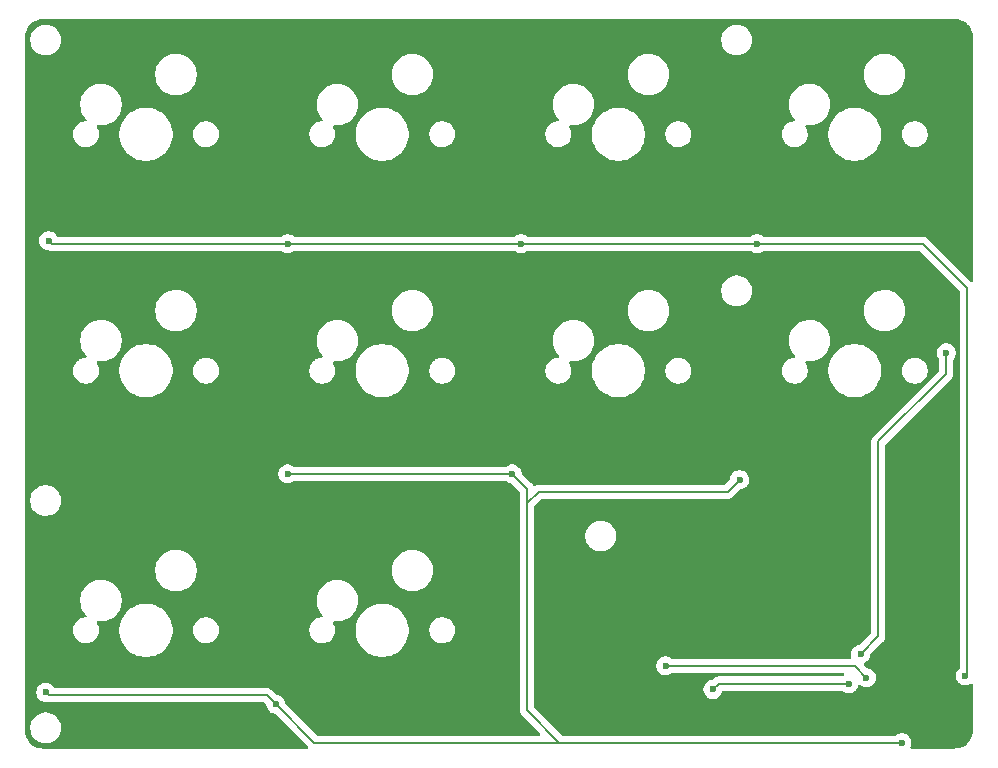
<source format=gbr>
%TF.GenerationSoftware,KiCad,Pcbnew,9.0.1*%
%TF.CreationDate,2025-05-28T21:14:19+10:00*%
%TF.ProjectId,macroCAD,6d616372-6f43-4414-942e-6b696361645f,rev?*%
%TF.SameCoordinates,Original*%
%TF.FileFunction,Copper,L1,Top*%
%TF.FilePolarity,Positive*%
%FSLAX46Y46*%
G04 Gerber Fmt 4.6, Leading zero omitted, Abs format (unit mm)*
G04 Created by KiCad (PCBNEW 9.0.1) date 2025-05-28 21:14:19*
%MOMM*%
%LPD*%
G01*
G04 APERTURE LIST*
%TA.AperFunction,ViaPad*%
%ADD10C,0.600000*%
%TD*%
%TA.AperFunction,Conductor*%
%ADD11C,0.200000*%
%TD*%
G04 APERTURE END LIST*
D10*
%TO.N,ROW_1*%
X131750000Y-39250000D03*
X71750000Y-39000000D03*
X111750000Y-39250000D03*
X92000000Y-39250000D03*
X149350000Y-75850000D03*
%TO.N,COL_1*%
X124000000Y-75000000D03*
X141000000Y-76000000D03*
%TO.N,ROW_2*%
X92000000Y-58750000D03*
X144000000Y-81500000D03*
X130250000Y-59250000D03*
X71500000Y-77250000D03*
X91000000Y-78250000D03*
X111000000Y-58750000D03*
%TO.N,COL_2*%
X128000000Y-77000000D03*
X139500000Y-76500000D03*
%TO.N,COL_3*%
X140500000Y-74000000D03*
X147750000Y-48500000D03*
%TD*%
D11*
%TO.N,ROW_1*%
X111750000Y-39250000D02*
X131750000Y-39250000D01*
X149500000Y-75700000D02*
X149500000Y-43000000D01*
X149350000Y-75850000D02*
X149500000Y-75700000D01*
X72000000Y-39250000D02*
X92000000Y-39250000D01*
X145750000Y-39250000D02*
X131750000Y-39250000D01*
X149500000Y-43000000D02*
X145750000Y-39250000D01*
X92000000Y-39250000D02*
X111750000Y-39250000D01*
X71750000Y-39000000D02*
X72000000Y-39250000D01*
%TO.N,COL_1*%
X140000000Y-75000000D02*
X141000000Y-76000000D01*
X124000000Y-75000000D02*
X140000000Y-75000000D01*
%TO.N,ROW_2*%
X112250000Y-60000000D02*
X112250000Y-61250000D01*
X112250000Y-78750000D02*
X115000000Y-81500000D01*
X129250000Y-60250000D02*
X113250000Y-60250000D01*
X112250000Y-61250000D02*
X112250000Y-78750000D01*
X130250000Y-59250000D02*
X129250000Y-60250000D01*
X111000000Y-58750000D02*
X112250000Y-60000000D01*
X91000000Y-78250000D02*
X94250000Y-81500000D01*
X90250000Y-77500000D02*
X91000000Y-78250000D01*
X115000000Y-81500000D02*
X144000000Y-81500000D01*
X71750000Y-77500000D02*
X90250000Y-77500000D01*
X113250000Y-60250000D02*
X112250000Y-61250000D01*
X71500000Y-77250000D02*
X71750000Y-77500000D01*
X94250000Y-81500000D02*
X115000000Y-81500000D01*
X92000000Y-58750000D02*
X111000000Y-58750000D01*
%TO.N,COL_2*%
X128500000Y-76500000D02*
X139500000Y-76500000D01*
X128000000Y-77000000D02*
X128500000Y-76500000D01*
%TO.N,COL_3*%
X147750000Y-48500000D02*
X147750000Y-50250000D01*
X142000000Y-72500000D02*
X140500000Y-74000000D01*
X147750000Y-50250000D02*
X142000000Y-56000000D01*
X142000000Y-56000000D02*
X142000000Y-72500000D01*
%TD*%
%TA.AperFunction,Conductor*%
%TO.N,GND*%
G36*
X148504418Y-20250816D02*
G01*
X148704561Y-20265130D01*
X148722063Y-20267647D01*
X148913797Y-20309355D01*
X148930755Y-20314334D01*
X149114609Y-20382909D01*
X149130701Y-20390259D01*
X149302904Y-20484288D01*
X149317784Y-20493849D01*
X149474867Y-20611441D01*
X149488237Y-20623027D01*
X149626972Y-20761762D01*
X149638558Y-20775132D01*
X149756146Y-20932210D01*
X149765711Y-20947095D01*
X149859740Y-21119298D01*
X149867090Y-21135390D01*
X149935662Y-21319236D01*
X149940646Y-21336212D01*
X149982351Y-21527931D01*
X149984869Y-21545442D01*
X149999184Y-21745580D01*
X149999500Y-21754427D01*
X149999500Y-42350903D01*
X149979815Y-42417942D01*
X149927011Y-42463697D01*
X149857853Y-42473641D01*
X149794297Y-42444616D01*
X149787819Y-42438584D01*
X146237590Y-38888355D01*
X146237588Y-38888352D01*
X146118717Y-38769481D01*
X146118716Y-38769480D01*
X146031904Y-38719360D01*
X146031904Y-38719359D01*
X146031900Y-38719358D01*
X145981785Y-38690423D01*
X145829057Y-38649499D01*
X145670943Y-38649499D01*
X145663347Y-38649499D01*
X145663331Y-38649500D01*
X132329766Y-38649500D01*
X132262727Y-38629815D01*
X132260875Y-38628602D01*
X132129185Y-38540609D01*
X132129172Y-38540602D01*
X131983501Y-38480264D01*
X131983489Y-38480261D01*
X131828845Y-38449500D01*
X131828842Y-38449500D01*
X131671158Y-38449500D01*
X131671155Y-38449500D01*
X131516510Y-38480261D01*
X131516498Y-38480264D01*
X131370827Y-38540602D01*
X131370814Y-38540609D01*
X131239125Y-38628602D01*
X131172447Y-38649480D01*
X131170234Y-38649500D01*
X112329766Y-38649500D01*
X112262727Y-38629815D01*
X112260875Y-38628602D01*
X112129185Y-38540609D01*
X112129172Y-38540602D01*
X111983501Y-38480264D01*
X111983489Y-38480261D01*
X111828845Y-38449500D01*
X111828842Y-38449500D01*
X111671158Y-38449500D01*
X111671155Y-38449500D01*
X111516510Y-38480261D01*
X111516498Y-38480264D01*
X111370827Y-38540602D01*
X111370814Y-38540609D01*
X111239125Y-38628602D01*
X111172447Y-38649480D01*
X111170234Y-38649500D01*
X92579766Y-38649500D01*
X92512727Y-38629815D01*
X92510875Y-38628602D01*
X92379185Y-38540609D01*
X92379172Y-38540602D01*
X92233501Y-38480264D01*
X92233489Y-38480261D01*
X92078845Y-38449500D01*
X92078842Y-38449500D01*
X91921158Y-38449500D01*
X91921155Y-38449500D01*
X91766510Y-38480261D01*
X91766498Y-38480264D01*
X91620827Y-38540602D01*
X91620814Y-38540609D01*
X91489125Y-38628602D01*
X91422447Y-38649480D01*
X91420234Y-38649500D01*
X72544836Y-38649500D01*
X72477797Y-38629815D01*
X72441734Y-38594391D01*
X72371789Y-38489710D01*
X72260292Y-38378213D01*
X72260288Y-38378210D01*
X72129185Y-38290609D01*
X72129172Y-38290602D01*
X71983501Y-38230264D01*
X71983489Y-38230261D01*
X71828845Y-38199500D01*
X71828842Y-38199500D01*
X71671158Y-38199500D01*
X71671155Y-38199500D01*
X71516510Y-38230261D01*
X71516498Y-38230264D01*
X71370827Y-38290602D01*
X71370814Y-38290609D01*
X71239711Y-38378210D01*
X71239707Y-38378213D01*
X71128213Y-38489707D01*
X71128210Y-38489711D01*
X71040609Y-38620814D01*
X71040602Y-38620827D01*
X70980264Y-38766498D01*
X70980261Y-38766510D01*
X70949500Y-38921153D01*
X70949500Y-39078846D01*
X70980261Y-39233489D01*
X70980264Y-39233501D01*
X71040602Y-39379172D01*
X71040609Y-39379185D01*
X71128210Y-39510288D01*
X71128213Y-39510292D01*
X71239707Y-39621786D01*
X71239711Y-39621789D01*
X71370814Y-39709390D01*
X71370827Y-39709397D01*
X71516498Y-39769735D01*
X71516503Y-39769737D01*
X71671153Y-39800499D01*
X71671156Y-39800500D01*
X71671158Y-39800500D01*
X71721638Y-39800500D01*
X71754587Y-39804958D01*
X71765357Y-39807926D01*
X71768216Y-39809577D01*
X71880019Y-39839534D01*
X71920942Y-39850500D01*
X71920943Y-39850500D01*
X91420234Y-39850500D01*
X91487273Y-39870185D01*
X91489125Y-39871398D01*
X91620814Y-39959390D01*
X91620827Y-39959397D01*
X91766498Y-40019735D01*
X91766503Y-40019737D01*
X91921153Y-40050499D01*
X91921156Y-40050500D01*
X91921158Y-40050500D01*
X92078844Y-40050500D01*
X92078845Y-40050499D01*
X92233497Y-40019737D01*
X92379179Y-39959394D01*
X92379185Y-39959390D01*
X92510875Y-39871398D01*
X92577553Y-39850520D01*
X92579766Y-39850500D01*
X111170234Y-39850500D01*
X111237273Y-39870185D01*
X111239125Y-39871398D01*
X111370814Y-39959390D01*
X111370827Y-39959397D01*
X111516498Y-40019735D01*
X111516503Y-40019737D01*
X111671153Y-40050499D01*
X111671156Y-40050500D01*
X111671158Y-40050500D01*
X111828844Y-40050500D01*
X111828845Y-40050499D01*
X111983497Y-40019737D01*
X112129179Y-39959394D01*
X112129185Y-39959390D01*
X112260875Y-39871398D01*
X112327553Y-39850520D01*
X112329766Y-39850500D01*
X131170234Y-39850500D01*
X131237273Y-39870185D01*
X131239125Y-39871398D01*
X131370814Y-39959390D01*
X131370827Y-39959397D01*
X131516498Y-40019735D01*
X131516503Y-40019737D01*
X131671153Y-40050499D01*
X131671156Y-40050500D01*
X131671158Y-40050500D01*
X131828844Y-40050500D01*
X131828845Y-40050499D01*
X131983497Y-40019737D01*
X132129179Y-39959394D01*
X132129185Y-39959390D01*
X132260875Y-39871398D01*
X132327553Y-39850520D01*
X132329766Y-39850500D01*
X145449903Y-39850500D01*
X145516942Y-39870185D01*
X145537584Y-39886819D01*
X148863181Y-43212416D01*
X148896666Y-43273739D01*
X148899500Y-43300097D01*
X148899500Y-75121981D01*
X148879815Y-75189020D01*
X148844395Y-75225080D01*
X148839715Y-75228207D01*
X148839707Y-75228213D01*
X148728213Y-75339707D01*
X148728210Y-75339711D01*
X148640609Y-75470814D01*
X148640602Y-75470827D01*
X148580264Y-75616498D01*
X148580261Y-75616510D01*
X148549500Y-75771153D01*
X148549500Y-75928846D01*
X148580261Y-76083489D01*
X148580264Y-76083501D01*
X148640602Y-76229172D01*
X148640609Y-76229185D01*
X148728210Y-76360288D01*
X148728213Y-76360292D01*
X148839707Y-76471786D01*
X148839711Y-76471789D01*
X148970814Y-76559390D01*
X148970827Y-76559397D01*
X149116498Y-76619735D01*
X149116503Y-76619737D01*
X149271153Y-76650499D01*
X149271156Y-76650500D01*
X149271158Y-76650500D01*
X149428844Y-76650500D01*
X149428845Y-76650499D01*
X149583497Y-76619737D01*
X149729179Y-76559394D01*
X149806609Y-76507657D01*
X149873286Y-76486779D01*
X149940666Y-76505263D01*
X149987357Y-76557242D01*
X149999500Y-76610759D01*
X149999500Y-80495572D01*
X149999184Y-80504418D01*
X149999184Y-80504419D01*
X149984869Y-80704557D01*
X149982351Y-80722068D01*
X149940646Y-80913787D01*
X149935662Y-80930763D01*
X149867090Y-81114609D01*
X149859740Y-81130701D01*
X149765711Y-81302904D01*
X149756146Y-81317789D01*
X149638558Y-81474867D01*
X149626972Y-81488237D01*
X149488237Y-81626972D01*
X149474867Y-81638558D01*
X149317789Y-81756146D01*
X149302904Y-81765711D01*
X149130701Y-81859740D01*
X149114609Y-81867090D01*
X148930763Y-81935662D01*
X148913787Y-81940646D01*
X148722068Y-81982351D01*
X148704557Y-81984869D01*
X148523779Y-81997799D01*
X148504417Y-81999184D01*
X148495572Y-81999500D01*
X144845134Y-81999500D01*
X144778095Y-81979815D01*
X144732340Y-81927011D01*
X144722396Y-81857853D01*
X144730573Y-81828047D01*
X144747236Y-81787819D01*
X144769737Y-81733497D01*
X144800500Y-81578842D01*
X144800500Y-81421158D01*
X144800500Y-81421155D01*
X144800499Y-81421153D01*
X144779938Y-81317789D01*
X144769737Y-81266503D01*
X144769735Y-81266498D01*
X144709397Y-81120827D01*
X144709390Y-81120814D01*
X144621789Y-80989711D01*
X144621786Y-80989707D01*
X144510292Y-80878213D01*
X144510288Y-80878210D01*
X144379185Y-80790609D01*
X144379172Y-80790602D01*
X144233501Y-80730264D01*
X144233489Y-80730261D01*
X144078845Y-80699500D01*
X144078842Y-80699500D01*
X143921158Y-80699500D01*
X143921155Y-80699500D01*
X143766510Y-80730261D01*
X143766498Y-80730264D01*
X143620827Y-80790602D01*
X143620814Y-80790609D01*
X143489125Y-80878602D01*
X143422447Y-80899480D01*
X143420234Y-80899500D01*
X115300097Y-80899500D01*
X115233058Y-80879815D01*
X115212416Y-80863181D01*
X112886819Y-78537584D01*
X112853334Y-78476261D01*
X112850500Y-78449903D01*
X112850500Y-74921153D01*
X123199500Y-74921153D01*
X123199500Y-75078846D01*
X123230261Y-75233489D01*
X123230264Y-75233501D01*
X123290602Y-75379172D01*
X123290609Y-75379185D01*
X123378210Y-75510288D01*
X123378213Y-75510292D01*
X123489707Y-75621786D01*
X123489711Y-75621789D01*
X123620814Y-75709390D01*
X123620827Y-75709397D01*
X123699894Y-75742147D01*
X123766503Y-75769737D01*
X123871418Y-75790606D01*
X123921153Y-75800499D01*
X123921156Y-75800500D01*
X123921158Y-75800500D01*
X124078844Y-75800500D01*
X124078845Y-75800499D01*
X124233497Y-75769737D01*
X124379179Y-75709394D01*
X124383480Y-75706520D01*
X124510875Y-75621398D01*
X124577553Y-75600520D01*
X124579766Y-75600500D01*
X138996561Y-75600500D01*
X139029061Y-75610043D01*
X139061728Y-75619005D01*
X139062497Y-75619861D01*
X139063600Y-75620185D01*
X139085768Y-75645769D01*
X139108418Y-75670984D01*
X139108602Y-75672120D01*
X139109355Y-75672989D01*
X139114176Y-75706520D01*
X139119594Y-75739954D01*
X139119135Y-75741007D01*
X139119299Y-75742147D01*
X139105218Y-75772978D01*
X139091708Y-75804017D01*
X139090582Y-75805028D01*
X139090274Y-75805703D01*
X139065452Y-75827602D01*
X138989125Y-75878602D01*
X138922447Y-75899480D01*
X138920234Y-75899500D01*
X128586670Y-75899500D01*
X128586654Y-75899499D01*
X128579058Y-75899499D01*
X128420943Y-75899499D01*
X128344579Y-75919961D01*
X128268214Y-75940423D01*
X128268209Y-75940426D01*
X128131290Y-76019475D01*
X128131286Y-76019478D01*
X127985337Y-76165427D01*
X127924014Y-76198911D01*
X127921848Y-76199362D01*
X127766508Y-76230261D01*
X127766498Y-76230264D01*
X127620827Y-76290602D01*
X127620814Y-76290609D01*
X127489711Y-76378210D01*
X127489707Y-76378213D01*
X127378213Y-76489707D01*
X127378210Y-76489711D01*
X127290609Y-76620814D01*
X127290602Y-76620827D01*
X127230264Y-76766498D01*
X127230261Y-76766510D01*
X127199500Y-76921153D01*
X127199500Y-77078846D01*
X127230261Y-77233489D01*
X127230264Y-77233501D01*
X127290602Y-77379172D01*
X127290609Y-77379185D01*
X127378210Y-77510288D01*
X127378213Y-77510292D01*
X127489707Y-77621786D01*
X127489711Y-77621789D01*
X127620814Y-77709390D01*
X127620827Y-77709397D01*
X127766498Y-77769735D01*
X127766503Y-77769737D01*
X127921153Y-77800499D01*
X127921156Y-77800500D01*
X127921158Y-77800500D01*
X128078844Y-77800500D01*
X128078845Y-77800499D01*
X128233497Y-77769737D01*
X128379179Y-77709394D01*
X128510289Y-77621789D01*
X128621789Y-77510289D01*
X128709394Y-77379179D01*
X128769737Y-77233497D01*
X128774531Y-77209397D01*
X128776339Y-77200309D01*
X128808724Y-77138398D01*
X128869439Y-77103824D01*
X128897956Y-77100500D01*
X138920234Y-77100500D01*
X138987273Y-77120185D01*
X138989125Y-77121398D01*
X139120814Y-77209390D01*
X139120827Y-77209397D01*
X139266498Y-77269735D01*
X139266503Y-77269737D01*
X139421153Y-77300499D01*
X139421156Y-77300500D01*
X139421158Y-77300500D01*
X139578844Y-77300500D01*
X139578845Y-77300499D01*
X139733497Y-77269737D01*
X139879179Y-77209394D01*
X140010289Y-77121789D01*
X140121789Y-77010289D01*
X140209394Y-76879179D01*
X140212854Y-76870827D01*
X140241984Y-76800499D01*
X140269737Y-76733497D01*
X140279508Y-76684373D01*
X140311892Y-76622464D01*
X140372607Y-76587890D01*
X140442377Y-76591629D01*
X140484696Y-76618295D01*
X140485001Y-76617924D01*
X140487957Y-76620350D01*
X140488806Y-76620885D01*
X140489707Y-76621786D01*
X140489711Y-76621789D01*
X140620814Y-76709390D01*
X140620827Y-76709397D01*
X140694013Y-76739711D01*
X140766503Y-76769737D01*
X140921153Y-76800499D01*
X140921156Y-76800500D01*
X140921158Y-76800500D01*
X141078844Y-76800500D01*
X141078845Y-76800499D01*
X141233497Y-76769737D01*
X141379179Y-76709394D01*
X141510289Y-76621789D01*
X141621789Y-76510289D01*
X141709394Y-76379179D01*
X141769737Y-76233497D01*
X141800500Y-76078842D01*
X141800500Y-75921158D01*
X141800500Y-75921155D01*
X141800499Y-75921153D01*
X141769738Y-75766510D01*
X141769737Y-75766503D01*
X141769735Y-75766498D01*
X141709397Y-75620827D01*
X141709390Y-75620814D01*
X141621789Y-75489711D01*
X141621786Y-75489707D01*
X141510292Y-75378213D01*
X141510288Y-75378210D01*
X141379185Y-75290609D01*
X141379172Y-75290602D01*
X141233501Y-75230264D01*
X141233491Y-75230261D01*
X141078151Y-75199362D01*
X141016241Y-75166977D01*
X141014662Y-75165426D01*
X140783740Y-74934504D01*
X140750255Y-74873181D01*
X140755239Y-74803489D01*
X140797111Y-74747556D01*
X140823962Y-74732265D01*
X140879179Y-74709394D01*
X141010289Y-74621789D01*
X141121789Y-74510289D01*
X141209394Y-74379179D01*
X141269737Y-74233497D01*
X141290354Y-74129847D01*
X141300638Y-74078150D01*
X141333023Y-74016239D01*
X141334520Y-74014714D01*
X142358506Y-72990727D01*
X142358511Y-72990724D01*
X142368714Y-72980520D01*
X142368716Y-72980520D01*
X142480520Y-72868716D01*
X142559577Y-72731784D01*
X142600500Y-72579057D01*
X142600500Y-56300096D01*
X142620185Y-56233057D01*
X142636814Y-56212420D01*
X148118713Y-50730521D01*
X148118716Y-50730520D01*
X148230520Y-50618716D01*
X148280639Y-50531904D01*
X148309577Y-50481785D01*
X148350501Y-50329057D01*
X148350501Y-50170943D01*
X148350501Y-50163348D01*
X148350500Y-50163330D01*
X148350500Y-49079765D01*
X148370185Y-49012726D01*
X148371398Y-49010874D01*
X148392501Y-48979292D01*
X148459394Y-48879179D01*
X148519737Y-48733497D01*
X148550500Y-48578842D01*
X148550500Y-48421158D01*
X148550500Y-48421155D01*
X148550499Y-48421153D01*
X148519738Y-48266510D01*
X148519737Y-48266503D01*
X148507051Y-48235876D01*
X148459397Y-48120827D01*
X148459390Y-48120814D01*
X148371789Y-47989711D01*
X148371786Y-47989707D01*
X148260292Y-47878213D01*
X148260288Y-47878210D01*
X148129185Y-47790609D01*
X148129172Y-47790602D01*
X147983501Y-47730264D01*
X147983489Y-47730261D01*
X147828845Y-47699500D01*
X147828842Y-47699500D01*
X147671158Y-47699500D01*
X147671155Y-47699500D01*
X147516510Y-47730261D01*
X147516498Y-47730264D01*
X147370827Y-47790602D01*
X147370814Y-47790609D01*
X147239711Y-47878210D01*
X147239707Y-47878213D01*
X147128213Y-47989707D01*
X147128210Y-47989711D01*
X147040609Y-48120814D01*
X147040602Y-48120827D01*
X146980264Y-48266498D01*
X146980261Y-48266510D01*
X146949500Y-48421153D01*
X146949500Y-48578846D01*
X146980261Y-48733489D01*
X146980264Y-48733501D01*
X147040602Y-48879172D01*
X147040609Y-48879185D01*
X147128602Y-49010874D01*
X147149480Y-49077551D01*
X147149500Y-49079765D01*
X147149500Y-49949902D01*
X147129815Y-50016941D01*
X147113181Y-50037583D01*
X141519481Y-55631282D01*
X141519479Y-55631285D01*
X141469361Y-55718094D01*
X141469359Y-55718096D01*
X141440425Y-55768209D01*
X141440424Y-55768210D01*
X141440423Y-55768215D01*
X141399499Y-55920943D01*
X141399499Y-55920945D01*
X141399499Y-56089046D01*
X141399500Y-56089059D01*
X141399500Y-72199903D01*
X141379815Y-72266942D01*
X141363181Y-72287584D01*
X140485339Y-73165425D01*
X140424016Y-73198910D01*
X140421850Y-73199361D01*
X140266508Y-73230261D01*
X140266498Y-73230264D01*
X140120827Y-73290602D01*
X140120814Y-73290609D01*
X139989711Y-73378210D01*
X139989707Y-73378213D01*
X139878213Y-73489707D01*
X139878210Y-73489711D01*
X139790609Y-73620814D01*
X139790602Y-73620827D01*
X139730264Y-73766498D01*
X139730261Y-73766510D01*
X139699500Y-73921153D01*
X139699500Y-74078846D01*
X139730261Y-74233489D01*
X139732031Y-74239324D01*
X139729279Y-74240158D01*
X139735503Y-74297359D01*
X139704309Y-74359878D01*
X139644266Y-74395608D01*
X139613445Y-74399500D01*
X124579766Y-74399500D01*
X124512727Y-74379815D01*
X124510875Y-74378602D01*
X124379185Y-74290609D01*
X124379172Y-74290602D01*
X124233501Y-74230264D01*
X124233489Y-74230261D01*
X124078845Y-74199500D01*
X124078842Y-74199500D01*
X123921158Y-74199500D01*
X123921155Y-74199500D01*
X123766510Y-74230261D01*
X123766498Y-74230264D01*
X123620827Y-74290602D01*
X123620814Y-74290609D01*
X123489711Y-74378210D01*
X123489707Y-74378213D01*
X123378213Y-74489707D01*
X123378210Y-74489711D01*
X123290609Y-74620814D01*
X123290602Y-74620827D01*
X123230264Y-74766498D01*
X123230261Y-74766510D01*
X123199500Y-74921153D01*
X112850500Y-74921153D01*
X112850500Y-63897648D01*
X117199500Y-63897648D01*
X117199500Y-64102351D01*
X117231522Y-64304534D01*
X117294781Y-64499223D01*
X117387715Y-64681613D01*
X117508028Y-64847213D01*
X117652786Y-64991971D01*
X117807749Y-65104556D01*
X117818390Y-65112287D01*
X117930677Y-65169500D01*
X118000776Y-65205218D01*
X118000778Y-65205218D01*
X118000781Y-65205220D01*
X118105137Y-65239127D01*
X118195465Y-65268477D01*
X118296557Y-65284488D01*
X118397648Y-65300500D01*
X118397649Y-65300500D01*
X118602351Y-65300500D01*
X118602352Y-65300500D01*
X118804534Y-65268477D01*
X118999219Y-65205220D01*
X119181610Y-65112287D01*
X119274590Y-65044732D01*
X119347213Y-64991971D01*
X119347215Y-64991968D01*
X119347219Y-64991966D01*
X119491966Y-64847219D01*
X119491968Y-64847215D01*
X119491971Y-64847213D01*
X119544732Y-64774590D01*
X119612287Y-64681610D01*
X119705220Y-64499219D01*
X119768477Y-64304534D01*
X119800500Y-64102352D01*
X119800500Y-63897648D01*
X119768477Y-63695466D01*
X119705220Y-63500781D01*
X119705218Y-63500778D01*
X119705218Y-63500776D01*
X119671503Y-63434607D01*
X119612287Y-63318390D01*
X119604556Y-63307749D01*
X119491971Y-63152786D01*
X119347213Y-63008028D01*
X119181613Y-62887715D01*
X119181612Y-62887714D01*
X119181610Y-62887713D01*
X119124653Y-62858691D01*
X118999223Y-62794781D01*
X118804534Y-62731522D01*
X118629995Y-62703878D01*
X118602352Y-62699500D01*
X118397648Y-62699500D01*
X118373329Y-62703351D01*
X118195465Y-62731522D01*
X118000776Y-62794781D01*
X117818386Y-62887715D01*
X117652786Y-63008028D01*
X117508028Y-63152786D01*
X117387715Y-63318386D01*
X117294781Y-63500776D01*
X117231522Y-63695465D01*
X117199500Y-63897648D01*
X112850500Y-63897648D01*
X112850500Y-61550097D01*
X112870185Y-61483058D01*
X112886819Y-61462416D01*
X113462417Y-60886819D01*
X113523740Y-60853334D01*
X113550098Y-60850500D01*
X129163331Y-60850500D01*
X129163347Y-60850501D01*
X129170943Y-60850501D01*
X129329054Y-60850501D01*
X129329057Y-60850501D01*
X129481785Y-60809577D01*
X129531904Y-60780639D01*
X129618716Y-60730520D01*
X129730520Y-60618716D01*
X129730520Y-60618714D01*
X129740728Y-60608507D01*
X129740729Y-60608504D01*
X130264665Y-60084570D01*
X130325984Y-60051088D01*
X130328151Y-60050637D01*
X130328840Y-60050500D01*
X130328842Y-60050500D01*
X130483497Y-60019737D01*
X130629179Y-59959394D01*
X130760289Y-59871789D01*
X130871789Y-59760289D01*
X130959394Y-59629179D01*
X131019737Y-59483497D01*
X131050500Y-59328842D01*
X131050500Y-59171158D01*
X131050500Y-59171155D01*
X131050499Y-59171153D01*
X131019738Y-59016510D01*
X131019738Y-59016508D01*
X131019737Y-59016503D01*
X131006062Y-58983489D01*
X130959397Y-58870827D01*
X130959390Y-58870814D01*
X130871789Y-58739711D01*
X130871786Y-58739707D01*
X130760292Y-58628213D01*
X130760288Y-58628210D01*
X130629185Y-58540609D01*
X130629172Y-58540602D01*
X130483501Y-58480264D01*
X130483489Y-58480261D01*
X130328845Y-58449500D01*
X130328842Y-58449500D01*
X130171158Y-58449500D01*
X130171155Y-58449500D01*
X130016510Y-58480261D01*
X130016498Y-58480264D01*
X129870827Y-58540602D01*
X129870814Y-58540609D01*
X129739711Y-58628210D01*
X129739707Y-58628213D01*
X129628213Y-58739707D01*
X129628210Y-58739711D01*
X129540609Y-58870814D01*
X129540602Y-58870827D01*
X129480264Y-59016498D01*
X129480261Y-59016508D01*
X129449362Y-59171849D01*
X129416977Y-59233759D01*
X129415426Y-59235338D01*
X129037584Y-59613181D01*
X128976261Y-59646666D01*
X128949903Y-59649500D01*
X113336670Y-59649500D01*
X113336654Y-59649499D01*
X113329058Y-59649499D01*
X113170943Y-59649499D01*
X113094579Y-59669961D01*
X113018214Y-59690423D01*
X113018211Y-59690425D01*
X112935436Y-59738214D01*
X112867536Y-59754685D01*
X112801509Y-59731832D01*
X112766050Y-59692825D01*
X112764664Y-59690425D01*
X112730520Y-59631284D01*
X112618716Y-59519480D01*
X112618715Y-59519479D01*
X112614385Y-59515149D01*
X112614374Y-59515139D01*
X111834574Y-58735339D01*
X111801089Y-58674016D01*
X111800638Y-58671849D01*
X111774531Y-58540606D01*
X111769737Y-58516503D01*
X111769735Y-58516498D01*
X111709397Y-58370827D01*
X111709390Y-58370814D01*
X111621789Y-58239711D01*
X111621786Y-58239707D01*
X111510292Y-58128213D01*
X111510288Y-58128210D01*
X111379185Y-58040609D01*
X111379172Y-58040602D01*
X111233501Y-57980264D01*
X111233489Y-57980261D01*
X111078845Y-57949500D01*
X111078842Y-57949500D01*
X110921158Y-57949500D01*
X110921155Y-57949500D01*
X110766510Y-57980261D01*
X110766498Y-57980264D01*
X110620827Y-58040602D01*
X110620814Y-58040609D01*
X110489125Y-58128602D01*
X110422447Y-58149480D01*
X110420234Y-58149500D01*
X92579766Y-58149500D01*
X92512727Y-58129815D01*
X92510875Y-58128602D01*
X92379185Y-58040609D01*
X92379172Y-58040602D01*
X92233501Y-57980264D01*
X92233489Y-57980261D01*
X92078845Y-57949500D01*
X92078842Y-57949500D01*
X91921158Y-57949500D01*
X91921155Y-57949500D01*
X91766510Y-57980261D01*
X91766498Y-57980264D01*
X91620827Y-58040602D01*
X91620814Y-58040609D01*
X91489711Y-58128210D01*
X91489707Y-58128213D01*
X91378213Y-58239707D01*
X91378210Y-58239711D01*
X91290609Y-58370814D01*
X91290602Y-58370827D01*
X91230264Y-58516498D01*
X91230261Y-58516510D01*
X91199500Y-58671153D01*
X91199500Y-58828846D01*
X91230261Y-58983489D01*
X91230264Y-58983501D01*
X91290602Y-59129172D01*
X91290609Y-59129185D01*
X91378210Y-59260288D01*
X91378213Y-59260292D01*
X91489707Y-59371786D01*
X91489711Y-59371789D01*
X91620814Y-59459390D01*
X91620827Y-59459397D01*
X91766498Y-59519735D01*
X91766503Y-59519737D01*
X91921153Y-59550499D01*
X91921156Y-59550500D01*
X91921158Y-59550500D01*
X92078844Y-59550500D01*
X92078845Y-59550499D01*
X92233497Y-59519737D01*
X92379179Y-59459394D01*
X92379185Y-59459390D01*
X92510875Y-59371398D01*
X92577553Y-59350520D01*
X92579766Y-59350500D01*
X110420234Y-59350500D01*
X110487273Y-59370185D01*
X110489125Y-59371398D01*
X110620814Y-59459390D01*
X110620827Y-59459397D01*
X110766498Y-59519735D01*
X110766503Y-59519737D01*
X110831147Y-59532595D01*
X110921849Y-59550638D01*
X110983760Y-59583023D01*
X110985339Y-59584574D01*
X111613181Y-60212416D01*
X111646666Y-60273739D01*
X111649500Y-60300097D01*
X111649500Y-61170939D01*
X111649499Y-61170943D01*
X111649499Y-61329057D01*
X111649500Y-61329060D01*
X111649500Y-78663330D01*
X111649499Y-78663348D01*
X111649499Y-78829054D01*
X111649498Y-78829054D01*
X111690352Y-78981523D01*
X111690423Y-78981785D01*
X111712335Y-79019737D01*
X111769479Y-79118714D01*
X111769481Y-79118717D01*
X111888349Y-79237585D01*
X111888355Y-79237590D01*
X113338584Y-80687819D01*
X113372069Y-80749142D01*
X113367085Y-80818834D01*
X113325213Y-80874767D01*
X113259749Y-80899184D01*
X113250903Y-80899500D01*
X94550097Y-80899500D01*
X94483058Y-80879815D01*
X94462416Y-80863181D01*
X91834574Y-78235339D01*
X91801089Y-78174016D01*
X91800638Y-78171849D01*
X91769738Y-78016510D01*
X91769737Y-78016503D01*
X91709794Y-77871786D01*
X91709397Y-77870827D01*
X91709390Y-77870814D01*
X91621789Y-77739711D01*
X91621786Y-77739707D01*
X91510292Y-77628213D01*
X91510288Y-77628210D01*
X91379185Y-77540609D01*
X91379172Y-77540602D01*
X91233501Y-77480264D01*
X91233491Y-77480261D01*
X91078149Y-77449361D01*
X91016238Y-77416976D01*
X91014660Y-77415425D01*
X90737590Y-77138355D01*
X90737588Y-77138352D01*
X90618717Y-77019481D01*
X90618716Y-77019480D01*
X90531904Y-76969360D01*
X90531904Y-76969359D01*
X90531900Y-76969358D01*
X90481785Y-76940423D01*
X90329057Y-76899499D01*
X90170943Y-76899499D01*
X90163347Y-76899499D01*
X90163331Y-76899500D01*
X72294836Y-76899500D01*
X72227797Y-76879815D01*
X72191734Y-76844391D01*
X72121789Y-76739710D01*
X72010292Y-76628213D01*
X72010288Y-76628210D01*
X71879185Y-76540609D01*
X71879172Y-76540602D01*
X71733501Y-76480264D01*
X71733489Y-76480261D01*
X71578845Y-76449500D01*
X71578842Y-76449500D01*
X71421158Y-76449500D01*
X71421155Y-76449500D01*
X71266510Y-76480261D01*
X71266498Y-76480264D01*
X71120827Y-76540602D01*
X71120814Y-76540609D01*
X70989711Y-76628210D01*
X70989707Y-76628213D01*
X70878213Y-76739707D01*
X70878210Y-76739711D01*
X70790609Y-76870814D01*
X70790602Y-76870827D01*
X70730264Y-77016498D01*
X70730261Y-77016510D01*
X70699500Y-77171153D01*
X70699500Y-77328846D01*
X70730261Y-77483489D01*
X70730264Y-77483501D01*
X70790602Y-77629172D01*
X70790609Y-77629185D01*
X70878210Y-77760288D01*
X70878213Y-77760292D01*
X70989707Y-77871786D01*
X70989711Y-77871789D01*
X71120814Y-77959390D01*
X71120827Y-77959397D01*
X71258683Y-78016498D01*
X71266503Y-78019737D01*
X71421153Y-78050499D01*
X71421156Y-78050500D01*
X71421158Y-78050500D01*
X71471638Y-78050500D01*
X71504587Y-78054958D01*
X71515357Y-78057926D01*
X71518216Y-78059577D01*
X71630019Y-78089534D01*
X71670942Y-78100500D01*
X71670943Y-78100500D01*
X89949903Y-78100500D01*
X89979343Y-78109144D01*
X90009330Y-78115668D01*
X90014345Y-78119422D01*
X90016942Y-78120185D01*
X90037584Y-78136819D01*
X90165425Y-78264660D01*
X90198910Y-78325983D01*
X90199361Y-78328149D01*
X90230261Y-78483491D01*
X90230264Y-78483501D01*
X90290602Y-78629172D01*
X90290609Y-78629185D01*
X90378210Y-78760288D01*
X90378213Y-78760292D01*
X90489707Y-78871786D01*
X90489711Y-78871789D01*
X90620814Y-78959390D01*
X90620827Y-78959397D01*
X90766498Y-79019735D01*
X90766503Y-79019737D01*
X90831147Y-79032595D01*
X90921849Y-79050638D01*
X90983760Y-79083023D01*
X90985339Y-79084574D01*
X93688584Y-81787819D01*
X93722069Y-81849142D01*
X93717085Y-81918834D01*
X93675213Y-81974767D01*
X93609749Y-81999184D01*
X93600903Y-81999500D01*
X71254428Y-81999500D01*
X71245582Y-81999184D01*
X71223622Y-81997613D01*
X71045442Y-81984869D01*
X71027931Y-81982351D01*
X70836212Y-81940646D01*
X70819236Y-81935662D01*
X70635390Y-81867090D01*
X70619298Y-81859740D01*
X70447095Y-81765711D01*
X70432210Y-81756146D01*
X70275132Y-81638558D01*
X70261762Y-81626972D01*
X70123027Y-81488237D01*
X70111441Y-81474867D01*
X69993849Y-81317784D01*
X69984288Y-81302904D01*
X69890259Y-81130701D01*
X69882909Y-81114609D01*
X69836324Y-80989711D01*
X69814334Y-80930755D01*
X69809355Y-80913797D01*
X69767647Y-80722063D01*
X69765130Y-80704556D01*
X69764768Y-80699500D01*
X69750816Y-80504418D01*
X69750500Y-80495572D01*
X69750500Y-80147648D01*
X70199500Y-80147648D01*
X70199500Y-80352351D01*
X70231522Y-80554534D01*
X70294781Y-80749223D01*
X70352847Y-80863181D01*
X70387281Y-80930763D01*
X70387715Y-80931613D01*
X70508028Y-81097213D01*
X70652786Y-81241971D01*
X70757143Y-81317789D01*
X70818390Y-81362287D01*
X70933921Y-81421153D01*
X71000776Y-81455218D01*
X71000778Y-81455218D01*
X71000781Y-81455220D01*
X71083091Y-81481964D01*
X71195465Y-81518477D01*
X71256304Y-81528113D01*
X71397648Y-81550500D01*
X71397649Y-81550500D01*
X71602351Y-81550500D01*
X71602352Y-81550500D01*
X71804534Y-81518477D01*
X71999219Y-81455220D01*
X72181610Y-81362287D01*
X72313437Y-81266510D01*
X72347213Y-81241971D01*
X72347215Y-81241968D01*
X72347219Y-81241966D01*
X72491966Y-81097219D01*
X72491968Y-81097215D01*
X72491971Y-81097213D01*
X72570077Y-80989707D01*
X72612287Y-80931610D01*
X72705220Y-80749219D01*
X72768477Y-80554534D01*
X72800500Y-80352352D01*
X72800500Y-80147648D01*
X72768477Y-79945466D01*
X72705220Y-79750781D01*
X72705218Y-79750778D01*
X72705218Y-79750776D01*
X72671503Y-79684607D01*
X72612287Y-79568390D01*
X72604556Y-79557749D01*
X72491971Y-79402786D01*
X72347213Y-79258028D01*
X72181613Y-79137715D01*
X72181612Y-79137714D01*
X72181610Y-79137713D01*
X72124653Y-79108691D01*
X71999223Y-79044781D01*
X71804534Y-78981522D01*
X71629995Y-78953878D01*
X71602352Y-78949500D01*
X71397648Y-78949500D01*
X71373329Y-78953351D01*
X71195465Y-78981522D01*
X71000776Y-79044781D01*
X70818386Y-79137715D01*
X70652786Y-79258028D01*
X70508028Y-79402786D01*
X70387715Y-79568386D01*
X70294781Y-79750776D01*
X70231522Y-79945465D01*
X70199500Y-80147648D01*
X69750500Y-80147648D01*
X69750500Y-71913312D01*
X73818600Y-71913312D01*
X73818600Y-72086687D01*
X73845720Y-72257913D01*
X73899290Y-72422788D01*
X73899291Y-72422791D01*
X73977998Y-72577260D01*
X74079899Y-72717514D01*
X74202486Y-72840101D01*
X74342740Y-72942002D01*
X74418336Y-72980520D01*
X74497208Y-73020708D01*
X74497211Y-73020709D01*
X74579648Y-73047494D01*
X74662088Y-73074280D01*
X74741391Y-73086840D01*
X74833313Y-73101400D01*
X74833318Y-73101400D01*
X75006687Y-73101400D01*
X75089695Y-73088252D01*
X75177912Y-73074280D01*
X75342791Y-73020708D01*
X75497260Y-72942002D01*
X75637514Y-72840101D01*
X75760101Y-72717514D01*
X75862002Y-72577260D01*
X75940708Y-72422791D01*
X75994280Y-72257912D01*
X76011831Y-72147099D01*
X76021400Y-72086687D01*
X76021400Y-71913312D01*
X76014260Y-71868233D01*
X76011831Y-71852900D01*
X77755600Y-71852900D01*
X77755600Y-72147099D01*
X77755601Y-72147116D01*
X77794001Y-72438796D01*
X77870152Y-72722994D01*
X77982734Y-72994794D01*
X77982742Y-72994810D01*
X78129840Y-73249589D01*
X78129851Y-73249605D01*
X78308948Y-73483009D01*
X78308954Y-73483016D01*
X78516983Y-73691045D01*
X78516989Y-73691050D01*
X78750403Y-73870155D01*
X78750410Y-73870159D01*
X79005189Y-74017257D01*
X79005205Y-74017265D01*
X79277005Y-74129847D01*
X79277007Y-74129847D01*
X79277013Y-74129850D01*
X79561200Y-74205998D01*
X79852894Y-74244400D01*
X79852901Y-74244400D01*
X80147099Y-74244400D01*
X80147106Y-74244400D01*
X80438800Y-74205998D01*
X80722987Y-74129850D01*
X80847803Y-74078150D01*
X80994794Y-74017265D01*
X80994797Y-74017263D01*
X80994803Y-74017261D01*
X81249597Y-73870155D01*
X81483011Y-73691050D01*
X81691050Y-73483011D01*
X81870155Y-73249597D01*
X82017261Y-72994803D01*
X82018948Y-72990732D01*
X82129847Y-72722994D01*
X82129846Y-72722994D01*
X82129850Y-72722987D01*
X82205998Y-72438800D01*
X82244400Y-72147106D01*
X82244400Y-71913312D01*
X83978600Y-71913312D01*
X83978600Y-72086687D01*
X84005720Y-72257913D01*
X84059290Y-72422788D01*
X84059291Y-72422791D01*
X84137998Y-72577260D01*
X84239899Y-72717514D01*
X84362486Y-72840101D01*
X84502740Y-72942002D01*
X84578336Y-72980520D01*
X84657208Y-73020708D01*
X84657211Y-73020709D01*
X84739648Y-73047494D01*
X84822088Y-73074280D01*
X84901391Y-73086840D01*
X84993313Y-73101400D01*
X84993318Y-73101400D01*
X85166687Y-73101400D01*
X85249695Y-73088252D01*
X85337912Y-73074280D01*
X85502791Y-73020708D01*
X85657260Y-72942002D01*
X85797514Y-72840101D01*
X85920101Y-72717514D01*
X86022002Y-72577260D01*
X86100708Y-72422791D01*
X86154280Y-72257912D01*
X86171831Y-72147099D01*
X86181400Y-72086687D01*
X86181400Y-71913312D01*
X93818600Y-71913312D01*
X93818600Y-72086687D01*
X93845720Y-72257913D01*
X93899290Y-72422788D01*
X93899291Y-72422791D01*
X93977998Y-72577260D01*
X94079899Y-72717514D01*
X94202486Y-72840101D01*
X94342740Y-72942002D01*
X94418336Y-72980520D01*
X94497208Y-73020708D01*
X94497211Y-73020709D01*
X94579648Y-73047494D01*
X94662088Y-73074280D01*
X94741391Y-73086840D01*
X94833313Y-73101400D01*
X94833318Y-73101400D01*
X95006687Y-73101400D01*
X95089695Y-73088252D01*
X95177912Y-73074280D01*
X95342791Y-73020708D01*
X95497260Y-72942002D01*
X95637514Y-72840101D01*
X95760101Y-72717514D01*
X95862002Y-72577260D01*
X95940708Y-72422791D01*
X95994280Y-72257912D01*
X96011831Y-72147099D01*
X96021400Y-72086687D01*
X96021400Y-71913312D01*
X96014260Y-71868233D01*
X96011831Y-71852900D01*
X97755600Y-71852900D01*
X97755600Y-72147099D01*
X97755601Y-72147116D01*
X97794001Y-72438796D01*
X97870152Y-72722994D01*
X97982734Y-72994794D01*
X97982742Y-72994810D01*
X98129840Y-73249589D01*
X98129851Y-73249605D01*
X98308948Y-73483009D01*
X98308954Y-73483016D01*
X98516983Y-73691045D01*
X98516989Y-73691050D01*
X98750403Y-73870155D01*
X98750410Y-73870159D01*
X99005189Y-74017257D01*
X99005205Y-74017265D01*
X99277005Y-74129847D01*
X99277007Y-74129847D01*
X99277013Y-74129850D01*
X99561200Y-74205998D01*
X99852894Y-74244400D01*
X99852901Y-74244400D01*
X100147099Y-74244400D01*
X100147106Y-74244400D01*
X100438800Y-74205998D01*
X100722987Y-74129850D01*
X100847803Y-74078150D01*
X100994794Y-74017265D01*
X100994797Y-74017263D01*
X100994803Y-74017261D01*
X101249597Y-73870155D01*
X101483011Y-73691050D01*
X101691050Y-73483011D01*
X101870155Y-73249597D01*
X102017261Y-72994803D01*
X102018948Y-72990732D01*
X102129847Y-72722994D01*
X102129846Y-72722994D01*
X102129850Y-72722987D01*
X102205998Y-72438800D01*
X102244400Y-72147106D01*
X102244400Y-71913312D01*
X103978600Y-71913312D01*
X103978600Y-72086687D01*
X104005720Y-72257913D01*
X104059290Y-72422788D01*
X104059291Y-72422791D01*
X104137998Y-72577260D01*
X104239899Y-72717514D01*
X104362486Y-72840101D01*
X104502740Y-72942002D01*
X104578336Y-72980520D01*
X104657208Y-73020708D01*
X104657211Y-73020709D01*
X104739648Y-73047494D01*
X104822088Y-73074280D01*
X104901391Y-73086840D01*
X104993313Y-73101400D01*
X104993318Y-73101400D01*
X105166687Y-73101400D01*
X105249695Y-73088252D01*
X105337912Y-73074280D01*
X105502791Y-73020708D01*
X105657260Y-72942002D01*
X105797514Y-72840101D01*
X105920101Y-72717514D01*
X106022002Y-72577260D01*
X106100708Y-72422791D01*
X106154280Y-72257912D01*
X106171831Y-72147099D01*
X106181400Y-72086687D01*
X106181400Y-71913312D01*
X106165622Y-71813702D01*
X106154280Y-71742088D01*
X106100708Y-71577209D01*
X106100708Y-71577208D01*
X106022001Y-71422739D01*
X105920101Y-71282486D01*
X105797514Y-71159899D01*
X105657260Y-71057998D01*
X105608874Y-71033344D01*
X105502791Y-70979291D01*
X105502788Y-70979290D01*
X105337913Y-70925720D01*
X105166687Y-70898600D01*
X105166682Y-70898600D01*
X104993318Y-70898600D01*
X104993313Y-70898600D01*
X104822086Y-70925720D01*
X104657211Y-70979290D01*
X104657208Y-70979291D01*
X104502739Y-71057998D01*
X104471405Y-71080764D01*
X104362486Y-71159899D01*
X104362484Y-71159901D01*
X104362483Y-71159901D01*
X104239901Y-71282483D01*
X104239901Y-71282484D01*
X104239899Y-71282486D01*
X104209231Y-71324697D01*
X104137998Y-71422739D01*
X104059291Y-71577208D01*
X104059290Y-71577211D01*
X104005720Y-71742086D01*
X103978600Y-71913312D01*
X102244400Y-71913312D01*
X102244400Y-71852894D01*
X102205998Y-71561200D01*
X102129850Y-71277013D01*
X102102300Y-71210500D01*
X102017265Y-71005205D01*
X102017257Y-71005189D01*
X101870159Y-70750410D01*
X101870155Y-70750403D01*
X101691050Y-70516989D01*
X101691045Y-70516983D01*
X101483016Y-70308954D01*
X101483009Y-70308948D01*
X101249605Y-70129851D01*
X101249603Y-70129849D01*
X101249597Y-70129845D01*
X101249592Y-70129842D01*
X101249589Y-70129840D01*
X100994810Y-69982742D01*
X100994794Y-69982734D01*
X100722994Y-69870152D01*
X100469544Y-69802240D01*
X100438800Y-69794002D01*
X100438799Y-69794001D01*
X100438796Y-69794001D01*
X100147116Y-69755601D01*
X100147111Y-69755600D01*
X100147106Y-69755600D01*
X99852894Y-69755600D01*
X99852888Y-69755600D01*
X99852883Y-69755601D01*
X99561203Y-69794001D01*
X99277005Y-69870152D01*
X99005205Y-69982734D01*
X99005189Y-69982742D01*
X98750410Y-70129840D01*
X98750394Y-70129851D01*
X98516990Y-70308948D01*
X98516983Y-70308954D01*
X98308954Y-70516983D01*
X98308948Y-70516990D01*
X98129851Y-70750394D01*
X98129840Y-70750410D01*
X97982742Y-71005189D01*
X97982734Y-71005205D01*
X97870152Y-71277005D01*
X97794001Y-71561203D01*
X97755601Y-71852883D01*
X97755600Y-71852900D01*
X96011831Y-71852900D01*
X96004019Y-71803579D01*
X95994280Y-71742088D01*
X95940708Y-71577209D01*
X95940708Y-71577208D01*
X95862001Y-71422738D01*
X95838580Y-71390503D01*
X95815099Y-71324697D01*
X95830924Y-71256642D01*
X95881029Y-71207947D01*
X95949507Y-71194071D01*
X95955068Y-71194675D01*
X96075266Y-71210500D01*
X96075273Y-71210500D01*
X96304727Y-71210500D01*
X96304734Y-71210500D01*
X96532238Y-71180548D01*
X96753887Y-71121158D01*
X96965888Y-71033344D01*
X97164612Y-70918611D01*
X97346661Y-70778919D01*
X97346665Y-70778914D01*
X97346670Y-70778911D01*
X97508911Y-70616670D01*
X97508914Y-70616665D01*
X97508919Y-70616661D01*
X97648611Y-70434612D01*
X97763344Y-70235888D01*
X97851158Y-70023887D01*
X97910548Y-69802238D01*
X97940500Y-69574734D01*
X97940500Y-69345266D01*
X97910548Y-69117762D01*
X97851158Y-68896113D01*
X97763344Y-68684112D01*
X97648611Y-68485388D01*
X97648608Y-68485385D01*
X97648607Y-68485382D01*
X97508918Y-68303338D01*
X97508911Y-68303330D01*
X97346670Y-68141089D01*
X97346661Y-68141081D01*
X97164617Y-68001392D01*
X96965890Y-67886657D01*
X96965876Y-67886650D01*
X96753887Y-67798842D01*
X96532238Y-67739452D01*
X96494215Y-67734446D01*
X96304741Y-67709500D01*
X96304734Y-67709500D01*
X96075266Y-67709500D01*
X96075258Y-67709500D01*
X95858715Y-67738009D01*
X95847762Y-67739452D01*
X95754076Y-67764554D01*
X95626112Y-67798842D01*
X95414123Y-67886650D01*
X95414109Y-67886657D01*
X95215382Y-68001392D01*
X95033338Y-68141081D01*
X94871081Y-68303338D01*
X94731392Y-68485382D01*
X94616657Y-68684109D01*
X94616650Y-68684123D01*
X94528842Y-68896112D01*
X94469453Y-69117759D01*
X94469451Y-69117770D01*
X94439500Y-69345258D01*
X94439500Y-69574741D01*
X94463312Y-69755600D01*
X94469452Y-69802238D01*
X94517815Y-69982734D01*
X94528842Y-70023887D01*
X94616650Y-70235876D01*
X94616657Y-70235890D01*
X94731392Y-70434617D01*
X94871081Y-70616661D01*
X94871089Y-70616670D01*
X94941338Y-70686919D01*
X94974823Y-70748242D01*
X94969839Y-70817934D01*
X94927967Y-70873867D01*
X94862503Y-70898284D01*
X94853657Y-70898600D01*
X94833313Y-70898600D01*
X94662086Y-70925720D01*
X94497211Y-70979290D01*
X94497208Y-70979291D01*
X94342739Y-71057998D01*
X94311405Y-71080764D01*
X94202486Y-71159899D01*
X94202484Y-71159901D01*
X94202483Y-71159901D01*
X94079901Y-71282483D01*
X94079901Y-71282484D01*
X94079899Y-71282486D01*
X94049231Y-71324697D01*
X93977998Y-71422739D01*
X93899291Y-71577208D01*
X93899290Y-71577211D01*
X93845720Y-71742086D01*
X93818600Y-71913312D01*
X86181400Y-71913312D01*
X86165622Y-71813702D01*
X86154280Y-71742088D01*
X86100708Y-71577209D01*
X86100708Y-71577208D01*
X86022001Y-71422739D01*
X85920101Y-71282486D01*
X85797514Y-71159899D01*
X85657260Y-71057998D01*
X85608874Y-71033344D01*
X85502791Y-70979291D01*
X85502788Y-70979290D01*
X85337913Y-70925720D01*
X85166687Y-70898600D01*
X85166682Y-70898600D01*
X84993318Y-70898600D01*
X84993313Y-70898600D01*
X84822086Y-70925720D01*
X84657211Y-70979290D01*
X84657208Y-70979291D01*
X84502739Y-71057998D01*
X84471405Y-71080764D01*
X84362486Y-71159899D01*
X84362484Y-71159901D01*
X84362483Y-71159901D01*
X84239901Y-71282483D01*
X84239901Y-71282484D01*
X84239899Y-71282486D01*
X84209231Y-71324697D01*
X84137998Y-71422739D01*
X84059291Y-71577208D01*
X84059290Y-71577211D01*
X84005720Y-71742086D01*
X83978600Y-71913312D01*
X82244400Y-71913312D01*
X82244400Y-71852894D01*
X82205998Y-71561200D01*
X82129850Y-71277013D01*
X82102300Y-71210500D01*
X82017265Y-71005205D01*
X82017257Y-71005189D01*
X81870159Y-70750410D01*
X81870155Y-70750403D01*
X81691050Y-70516989D01*
X81691045Y-70516983D01*
X81483016Y-70308954D01*
X81483009Y-70308948D01*
X81249605Y-70129851D01*
X81249603Y-70129849D01*
X81249597Y-70129845D01*
X81249592Y-70129842D01*
X81249589Y-70129840D01*
X80994810Y-69982742D01*
X80994794Y-69982734D01*
X80722994Y-69870152D01*
X80469544Y-69802240D01*
X80438800Y-69794002D01*
X80438799Y-69794001D01*
X80438796Y-69794001D01*
X80147116Y-69755601D01*
X80147111Y-69755600D01*
X80147106Y-69755600D01*
X79852894Y-69755600D01*
X79852888Y-69755600D01*
X79852883Y-69755601D01*
X79561203Y-69794001D01*
X79277005Y-69870152D01*
X79005205Y-69982734D01*
X79005189Y-69982742D01*
X78750410Y-70129840D01*
X78750394Y-70129851D01*
X78516990Y-70308948D01*
X78516983Y-70308954D01*
X78308954Y-70516983D01*
X78308948Y-70516990D01*
X78129851Y-70750394D01*
X78129840Y-70750410D01*
X77982742Y-71005189D01*
X77982734Y-71005205D01*
X77870152Y-71277005D01*
X77794001Y-71561203D01*
X77755601Y-71852883D01*
X77755600Y-71852900D01*
X76011831Y-71852900D01*
X76004019Y-71803579D01*
X75994280Y-71742088D01*
X75940708Y-71577209D01*
X75940708Y-71577208D01*
X75862001Y-71422738D01*
X75838580Y-71390503D01*
X75815099Y-71324697D01*
X75830924Y-71256642D01*
X75881029Y-71207947D01*
X75949507Y-71194071D01*
X75955068Y-71194675D01*
X76075266Y-71210500D01*
X76075273Y-71210500D01*
X76304727Y-71210500D01*
X76304734Y-71210500D01*
X76532238Y-71180548D01*
X76753887Y-71121158D01*
X76965888Y-71033344D01*
X77164612Y-70918611D01*
X77346661Y-70778919D01*
X77346665Y-70778914D01*
X77346670Y-70778911D01*
X77508911Y-70616670D01*
X77508914Y-70616665D01*
X77508919Y-70616661D01*
X77648611Y-70434612D01*
X77763344Y-70235888D01*
X77851158Y-70023887D01*
X77910548Y-69802238D01*
X77940500Y-69574734D01*
X77940500Y-69345266D01*
X77910548Y-69117762D01*
X77851158Y-68896113D01*
X77763344Y-68684112D01*
X77648611Y-68485388D01*
X77648608Y-68485385D01*
X77648607Y-68485382D01*
X77508918Y-68303338D01*
X77508911Y-68303330D01*
X77346670Y-68141089D01*
X77346661Y-68141081D01*
X77164617Y-68001392D01*
X76965890Y-67886657D01*
X76965876Y-67886650D01*
X76753887Y-67798842D01*
X76532238Y-67739452D01*
X76494215Y-67734446D01*
X76304741Y-67709500D01*
X76304734Y-67709500D01*
X76075266Y-67709500D01*
X76075258Y-67709500D01*
X75858715Y-67738009D01*
X75847762Y-67739452D01*
X75754076Y-67764554D01*
X75626112Y-67798842D01*
X75414123Y-67886650D01*
X75414109Y-67886657D01*
X75215382Y-68001392D01*
X75033338Y-68141081D01*
X74871081Y-68303338D01*
X74731392Y-68485382D01*
X74616657Y-68684109D01*
X74616650Y-68684123D01*
X74528842Y-68896112D01*
X74469453Y-69117759D01*
X74469451Y-69117770D01*
X74439500Y-69345258D01*
X74439500Y-69574741D01*
X74463312Y-69755600D01*
X74469452Y-69802238D01*
X74517815Y-69982734D01*
X74528842Y-70023887D01*
X74616650Y-70235876D01*
X74616657Y-70235890D01*
X74731392Y-70434617D01*
X74871081Y-70616661D01*
X74871089Y-70616670D01*
X74941338Y-70686919D01*
X74974823Y-70748242D01*
X74969839Y-70817934D01*
X74927967Y-70873867D01*
X74862503Y-70898284D01*
X74853657Y-70898600D01*
X74833313Y-70898600D01*
X74662086Y-70925720D01*
X74497211Y-70979290D01*
X74497208Y-70979291D01*
X74342739Y-71057998D01*
X74311405Y-71080764D01*
X74202486Y-71159899D01*
X74202484Y-71159901D01*
X74202483Y-71159901D01*
X74079901Y-71282483D01*
X74079901Y-71282484D01*
X74079899Y-71282486D01*
X74049231Y-71324697D01*
X73977998Y-71422739D01*
X73899291Y-71577208D01*
X73899290Y-71577211D01*
X73845720Y-71742086D01*
X73818600Y-71913312D01*
X69750500Y-71913312D01*
X69750500Y-66805258D01*
X80789500Y-66805258D01*
X80789500Y-67034741D01*
X80814446Y-67224215D01*
X80819452Y-67262238D01*
X80819453Y-67262240D01*
X80878842Y-67483887D01*
X80966650Y-67695876D01*
X80966657Y-67695890D01*
X81081392Y-67894617D01*
X81221081Y-68076661D01*
X81221089Y-68076670D01*
X81383330Y-68238911D01*
X81383338Y-68238918D01*
X81565382Y-68378607D01*
X81565385Y-68378608D01*
X81565388Y-68378611D01*
X81764112Y-68493344D01*
X81764117Y-68493346D01*
X81764123Y-68493349D01*
X81855480Y-68531190D01*
X81976113Y-68581158D01*
X82197762Y-68640548D01*
X82425266Y-68670500D01*
X82425273Y-68670500D01*
X82654727Y-68670500D01*
X82654734Y-68670500D01*
X82882238Y-68640548D01*
X83103887Y-68581158D01*
X83315888Y-68493344D01*
X83514612Y-68378611D01*
X83696661Y-68238919D01*
X83696665Y-68238914D01*
X83696670Y-68238911D01*
X83858911Y-68076670D01*
X83858914Y-68076665D01*
X83858919Y-68076661D01*
X83998611Y-67894612D01*
X84113344Y-67695888D01*
X84201158Y-67483887D01*
X84260548Y-67262238D01*
X84290500Y-67034734D01*
X84290500Y-66805266D01*
X84290499Y-66805258D01*
X100789500Y-66805258D01*
X100789500Y-67034741D01*
X100814446Y-67224215D01*
X100819452Y-67262238D01*
X100819453Y-67262240D01*
X100878842Y-67483887D01*
X100966650Y-67695876D01*
X100966657Y-67695890D01*
X101081392Y-67894617D01*
X101221081Y-68076661D01*
X101221089Y-68076670D01*
X101383330Y-68238911D01*
X101383338Y-68238918D01*
X101565382Y-68378607D01*
X101565385Y-68378608D01*
X101565388Y-68378611D01*
X101764112Y-68493344D01*
X101764117Y-68493346D01*
X101764123Y-68493349D01*
X101855480Y-68531190D01*
X101976113Y-68581158D01*
X102197762Y-68640548D01*
X102425266Y-68670500D01*
X102425273Y-68670500D01*
X102654727Y-68670500D01*
X102654734Y-68670500D01*
X102882238Y-68640548D01*
X103103887Y-68581158D01*
X103315888Y-68493344D01*
X103514612Y-68378611D01*
X103696661Y-68238919D01*
X103696665Y-68238914D01*
X103696670Y-68238911D01*
X103858911Y-68076670D01*
X103858914Y-68076665D01*
X103858919Y-68076661D01*
X103998611Y-67894612D01*
X104113344Y-67695888D01*
X104201158Y-67483887D01*
X104260548Y-67262238D01*
X104290500Y-67034734D01*
X104290500Y-66805266D01*
X104260548Y-66577762D01*
X104201158Y-66356113D01*
X104113344Y-66144112D01*
X103998611Y-65945388D01*
X103998608Y-65945385D01*
X103998607Y-65945382D01*
X103858918Y-65763338D01*
X103858911Y-65763330D01*
X103696670Y-65601089D01*
X103696661Y-65601081D01*
X103514617Y-65461392D01*
X103315890Y-65346657D01*
X103315876Y-65346650D01*
X103103887Y-65258842D01*
X102882238Y-65199452D01*
X102844215Y-65194446D01*
X102654741Y-65169500D01*
X102654734Y-65169500D01*
X102425266Y-65169500D01*
X102425258Y-65169500D01*
X102208715Y-65198009D01*
X102197762Y-65199452D01*
X102104076Y-65224554D01*
X101976112Y-65258842D01*
X101764123Y-65346650D01*
X101764109Y-65346657D01*
X101565382Y-65461392D01*
X101383338Y-65601081D01*
X101221081Y-65763338D01*
X101081392Y-65945382D01*
X100966657Y-66144109D01*
X100966650Y-66144123D01*
X100878842Y-66356112D01*
X100819453Y-66577759D01*
X100819451Y-66577770D01*
X100789500Y-66805258D01*
X84290499Y-66805258D01*
X84260548Y-66577762D01*
X84201158Y-66356113D01*
X84113344Y-66144112D01*
X83998611Y-65945388D01*
X83998608Y-65945385D01*
X83998607Y-65945382D01*
X83858918Y-65763338D01*
X83858911Y-65763330D01*
X83696670Y-65601089D01*
X83696661Y-65601081D01*
X83514617Y-65461392D01*
X83315890Y-65346657D01*
X83315876Y-65346650D01*
X83103887Y-65258842D01*
X82882238Y-65199452D01*
X82844215Y-65194446D01*
X82654741Y-65169500D01*
X82654734Y-65169500D01*
X82425266Y-65169500D01*
X82425258Y-65169500D01*
X82208715Y-65198009D01*
X82197762Y-65199452D01*
X82104076Y-65224554D01*
X81976112Y-65258842D01*
X81764123Y-65346650D01*
X81764109Y-65346657D01*
X81565382Y-65461392D01*
X81383338Y-65601081D01*
X81221081Y-65763338D01*
X81081392Y-65945382D01*
X80966657Y-66144109D01*
X80966650Y-66144123D01*
X80878842Y-66356112D01*
X80819453Y-66577759D01*
X80819451Y-66577770D01*
X80789500Y-66805258D01*
X69750500Y-66805258D01*
X69750500Y-60897648D01*
X70199500Y-60897648D01*
X70199500Y-61102351D01*
X70231522Y-61304534D01*
X70294781Y-61499223D01*
X70387715Y-61681613D01*
X70508028Y-61847213D01*
X70652786Y-61991971D01*
X70807749Y-62104556D01*
X70818390Y-62112287D01*
X70934607Y-62171503D01*
X71000776Y-62205218D01*
X71000778Y-62205218D01*
X71000781Y-62205220D01*
X71105137Y-62239127D01*
X71195465Y-62268477D01*
X71296557Y-62284488D01*
X71397648Y-62300500D01*
X71397649Y-62300500D01*
X71602351Y-62300500D01*
X71602352Y-62300500D01*
X71804534Y-62268477D01*
X71999219Y-62205220D01*
X72181610Y-62112287D01*
X72274590Y-62044732D01*
X72347213Y-61991971D01*
X72347215Y-61991968D01*
X72347219Y-61991966D01*
X72491966Y-61847219D01*
X72491968Y-61847215D01*
X72491971Y-61847213D01*
X72544732Y-61774590D01*
X72612287Y-61681610D01*
X72705220Y-61499219D01*
X72768477Y-61304534D01*
X72800500Y-61102352D01*
X72800500Y-60897648D01*
X72768477Y-60695466D01*
X72705220Y-60500781D01*
X72705218Y-60500778D01*
X72705218Y-60500776D01*
X72671503Y-60434607D01*
X72612287Y-60318390D01*
X72604556Y-60307749D01*
X72491971Y-60152786D01*
X72347213Y-60008028D01*
X72181613Y-59887715D01*
X72181612Y-59887714D01*
X72181610Y-59887713D01*
X72124653Y-59858691D01*
X71999223Y-59794781D01*
X71804534Y-59731522D01*
X71629995Y-59703878D01*
X71602352Y-59699500D01*
X71397648Y-59699500D01*
X71373329Y-59703351D01*
X71195465Y-59731522D01*
X71000776Y-59794781D01*
X70818386Y-59887715D01*
X70652786Y-60008028D01*
X70508028Y-60152786D01*
X70387715Y-60318386D01*
X70294781Y-60500776D01*
X70231522Y-60695465D01*
X70199500Y-60897648D01*
X69750500Y-60897648D01*
X69750500Y-49913312D01*
X73818600Y-49913312D01*
X73818600Y-50086687D01*
X73845720Y-50257913D01*
X73899290Y-50422788D01*
X73899291Y-50422791D01*
X73977998Y-50577260D01*
X74079899Y-50717514D01*
X74202486Y-50840101D01*
X74342740Y-50942002D01*
X74418502Y-50980604D01*
X74497208Y-51020708D01*
X74497211Y-51020709D01*
X74579648Y-51047494D01*
X74662088Y-51074280D01*
X74741391Y-51086840D01*
X74833313Y-51101400D01*
X74833318Y-51101400D01*
X75006687Y-51101400D01*
X75089695Y-51088252D01*
X75177912Y-51074280D01*
X75342791Y-51020708D01*
X75497260Y-50942002D01*
X75637514Y-50840101D01*
X75760101Y-50717514D01*
X75862002Y-50577260D01*
X75940708Y-50422791D01*
X75994280Y-50257912D01*
X76011831Y-50147099D01*
X76021400Y-50086687D01*
X76021400Y-49913312D01*
X76014260Y-49868233D01*
X76011831Y-49852900D01*
X77755600Y-49852900D01*
X77755600Y-50147099D01*
X77755601Y-50147116D01*
X77794001Y-50438796D01*
X77870152Y-50722994D01*
X77982734Y-50994794D01*
X77982742Y-50994810D01*
X78129840Y-51249589D01*
X78129851Y-51249605D01*
X78308948Y-51483009D01*
X78308954Y-51483016D01*
X78516983Y-51691045D01*
X78516989Y-51691050D01*
X78750403Y-51870155D01*
X78750410Y-51870159D01*
X79005189Y-52017257D01*
X79005205Y-52017265D01*
X79277005Y-52129847D01*
X79277007Y-52129847D01*
X79277013Y-52129850D01*
X79561200Y-52205998D01*
X79852894Y-52244400D01*
X79852901Y-52244400D01*
X80147099Y-52244400D01*
X80147106Y-52244400D01*
X80438800Y-52205998D01*
X80722987Y-52129850D01*
X80796318Y-52099475D01*
X80994794Y-52017265D01*
X80994797Y-52017263D01*
X80994803Y-52017261D01*
X81249597Y-51870155D01*
X81483011Y-51691050D01*
X81691050Y-51483011D01*
X81870155Y-51249597D01*
X82017261Y-50994803D01*
X82129850Y-50722987D01*
X82205998Y-50438800D01*
X82244400Y-50147106D01*
X82244400Y-49913312D01*
X83978600Y-49913312D01*
X83978600Y-50086687D01*
X84005720Y-50257913D01*
X84059290Y-50422788D01*
X84059291Y-50422791D01*
X84137998Y-50577260D01*
X84239899Y-50717514D01*
X84362486Y-50840101D01*
X84502740Y-50942002D01*
X84578502Y-50980604D01*
X84657208Y-51020708D01*
X84657211Y-51020709D01*
X84739648Y-51047494D01*
X84822088Y-51074280D01*
X84901391Y-51086840D01*
X84993313Y-51101400D01*
X84993318Y-51101400D01*
X85166687Y-51101400D01*
X85249695Y-51088252D01*
X85337912Y-51074280D01*
X85502791Y-51020708D01*
X85657260Y-50942002D01*
X85797514Y-50840101D01*
X85920101Y-50717514D01*
X86022002Y-50577260D01*
X86100708Y-50422791D01*
X86154280Y-50257912D01*
X86171831Y-50147099D01*
X86181400Y-50086687D01*
X86181400Y-49913312D01*
X93818600Y-49913312D01*
X93818600Y-50086687D01*
X93845720Y-50257913D01*
X93899290Y-50422788D01*
X93899291Y-50422791D01*
X93977998Y-50577260D01*
X94079899Y-50717514D01*
X94202486Y-50840101D01*
X94342740Y-50942002D01*
X94418502Y-50980604D01*
X94497208Y-51020708D01*
X94497211Y-51020709D01*
X94579648Y-51047494D01*
X94662088Y-51074280D01*
X94741391Y-51086840D01*
X94833313Y-51101400D01*
X94833318Y-51101400D01*
X95006687Y-51101400D01*
X95089695Y-51088252D01*
X95177912Y-51074280D01*
X95342791Y-51020708D01*
X95497260Y-50942002D01*
X95637514Y-50840101D01*
X95760101Y-50717514D01*
X95862002Y-50577260D01*
X95940708Y-50422791D01*
X95994280Y-50257912D01*
X96011831Y-50147099D01*
X96021400Y-50086687D01*
X96021400Y-49913312D01*
X96014260Y-49868233D01*
X96011831Y-49852900D01*
X97755600Y-49852900D01*
X97755600Y-50147099D01*
X97755601Y-50147116D01*
X97794001Y-50438796D01*
X97870152Y-50722994D01*
X97982734Y-50994794D01*
X97982742Y-50994810D01*
X98129840Y-51249589D01*
X98129851Y-51249605D01*
X98308948Y-51483009D01*
X98308954Y-51483016D01*
X98516983Y-51691045D01*
X98516989Y-51691050D01*
X98750403Y-51870155D01*
X98750410Y-51870159D01*
X99005189Y-52017257D01*
X99005205Y-52017265D01*
X99277005Y-52129847D01*
X99277007Y-52129847D01*
X99277013Y-52129850D01*
X99561200Y-52205998D01*
X99852894Y-52244400D01*
X99852901Y-52244400D01*
X100147099Y-52244400D01*
X100147106Y-52244400D01*
X100438800Y-52205998D01*
X100722987Y-52129850D01*
X100796318Y-52099475D01*
X100994794Y-52017265D01*
X100994797Y-52017263D01*
X100994803Y-52017261D01*
X101249597Y-51870155D01*
X101483011Y-51691050D01*
X101691050Y-51483011D01*
X101870155Y-51249597D01*
X102017261Y-50994803D01*
X102129850Y-50722987D01*
X102205998Y-50438800D01*
X102244400Y-50147106D01*
X102244400Y-49913312D01*
X103978600Y-49913312D01*
X103978600Y-50086687D01*
X104005720Y-50257913D01*
X104059290Y-50422788D01*
X104059291Y-50422791D01*
X104137998Y-50577260D01*
X104239899Y-50717514D01*
X104362486Y-50840101D01*
X104502740Y-50942002D01*
X104578502Y-50980604D01*
X104657208Y-51020708D01*
X104657211Y-51020709D01*
X104739648Y-51047494D01*
X104822088Y-51074280D01*
X104901391Y-51086840D01*
X104993313Y-51101400D01*
X104993318Y-51101400D01*
X105166687Y-51101400D01*
X105249695Y-51088252D01*
X105337912Y-51074280D01*
X105502791Y-51020708D01*
X105657260Y-50942002D01*
X105797514Y-50840101D01*
X105920101Y-50717514D01*
X106022002Y-50577260D01*
X106100708Y-50422791D01*
X106154280Y-50257912D01*
X106171831Y-50147099D01*
X106181400Y-50086687D01*
X106181400Y-49913312D01*
X113818600Y-49913312D01*
X113818600Y-50086687D01*
X113845720Y-50257913D01*
X113899290Y-50422788D01*
X113899291Y-50422791D01*
X113977998Y-50577260D01*
X114079899Y-50717514D01*
X114202486Y-50840101D01*
X114342740Y-50942002D01*
X114418502Y-50980604D01*
X114497208Y-51020708D01*
X114497211Y-51020709D01*
X114579648Y-51047494D01*
X114662088Y-51074280D01*
X114741391Y-51086840D01*
X114833313Y-51101400D01*
X114833318Y-51101400D01*
X115006687Y-51101400D01*
X115089695Y-51088252D01*
X115177912Y-51074280D01*
X115342791Y-51020708D01*
X115497260Y-50942002D01*
X115637514Y-50840101D01*
X115760101Y-50717514D01*
X115862002Y-50577260D01*
X115940708Y-50422791D01*
X115994280Y-50257912D01*
X116011831Y-50147099D01*
X116021400Y-50086687D01*
X116021400Y-49913312D01*
X116014260Y-49868233D01*
X116011831Y-49852900D01*
X117755600Y-49852900D01*
X117755600Y-50147099D01*
X117755601Y-50147116D01*
X117794001Y-50438796D01*
X117870152Y-50722994D01*
X117982734Y-50994794D01*
X117982742Y-50994810D01*
X118129840Y-51249589D01*
X118129851Y-51249605D01*
X118308948Y-51483009D01*
X118308954Y-51483016D01*
X118516983Y-51691045D01*
X118516989Y-51691050D01*
X118750403Y-51870155D01*
X118750410Y-51870159D01*
X119005189Y-52017257D01*
X119005205Y-52017265D01*
X119277005Y-52129847D01*
X119277007Y-52129847D01*
X119277013Y-52129850D01*
X119561200Y-52205998D01*
X119852894Y-52244400D01*
X119852901Y-52244400D01*
X120147099Y-52244400D01*
X120147106Y-52244400D01*
X120438800Y-52205998D01*
X120722987Y-52129850D01*
X120796318Y-52099475D01*
X120994794Y-52017265D01*
X120994797Y-52017263D01*
X120994803Y-52017261D01*
X121249597Y-51870155D01*
X121483011Y-51691050D01*
X121691050Y-51483011D01*
X121870155Y-51249597D01*
X122017261Y-50994803D01*
X122129850Y-50722987D01*
X122205998Y-50438800D01*
X122244400Y-50147106D01*
X122244400Y-49913312D01*
X123978600Y-49913312D01*
X123978600Y-50086687D01*
X124005720Y-50257913D01*
X124059290Y-50422788D01*
X124059291Y-50422791D01*
X124137998Y-50577260D01*
X124239899Y-50717514D01*
X124362486Y-50840101D01*
X124502740Y-50942002D01*
X124578502Y-50980604D01*
X124657208Y-51020708D01*
X124657211Y-51020709D01*
X124739648Y-51047494D01*
X124822088Y-51074280D01*
X124901391Y-51086840D01*
X124993313Y-51101400D01*
X124993318Y-51101400D01*
X125166687Y-51101400D01*
X125249695Y-51088252D01*
X125337912Y-51074280D01*
X125502791Y-51020708D01*
X125657260Y-50942002D01*
X125797514Y-50840101D01*
X125920101Y-50717514D01*
X126022002Y-50577260D01*
X126100708Y-50422791D01*
X126154280Y-50257912D01*
X126171831Y-50147099D01*
X126181400Y-50086687D01*
X126181400Y-49913312D01*
X133818600Y-49913312D01*
X133818600Y-50086687D01*
X133845720Y-50257913D01*
X133899290Y-50422788D01*
X133899291Y-50422791D01*
X133977998Y-50577260D01*
X134079899Y-50717514D01*
X134202486Y-50840101D01*
X134342740Y-50942002D01*
X134418502Y-50980604D01*
X134497208Y-51020708D01*
X134497211Y-51020709D01*
X134579648Y-51047494D01*
X134662088Y-51074280D01*
X134741391Y-51086840D01*
X134833313Y-51101400D01*
X134833318Y-51101400D01*
X135006687Y-51101400D01*
X135089695Y-51088252D01*
X135177912Y-51074280D01*
X135342791Y-51020708D01*
X135497260Y-50942002D01*
X135637514Y-50840101D01*
X135760101Y-50717514D01*
X135862002Y-50577260D01*
X135940708Y-50422791D01*
X135994280Y-50257912D01*
X136011831Y-50147099D01*
X136021400Y-50086687D01*
X136021400Y-49913312D01*
X136014260Y-49868233D01*
X136011831Y-49852900D01*
X137755600Y-49852900D01*
X137755600Y-50147099D01*
X137755601Y-50147116D01*
X137794001Y-50438796D01*
X137870152Y-50722994D01*
X137982734Y-50994794D01*
X137982742Y-50994810D01*
X138129840Y-51249589D01*
X138129851Y-51249605D01*
X138308948Y-51483009D01*
X138308954Y-51483016D01*
X138516983Y-51691045D01*
X138516989Y-51691050D01*
X138750403Y-51870155D01*
X138750410Y-51870159D01*
X139005189Y-52017257D01*
X139005205Y-52017265D01*
X139277005Y-52129847D01*
X139277007Y-52129847D01*
X139277013Y-52129850D01*
X139561200Y-52205998D01*
X139852894Y-52244400D01*
X139852901Y-52244400D01*
X140147099Y-52244400D01*
X140147106Y-52244400D01*
X140438800Y-52205998D01*
X140722987Y-52129850D01*
X140796318Y-52099475D01*
X140994794Y-52017265D01*
X140994797Y-52017263D01*
X140994803Y-52017261D01*
X141249597Y-51870155D01*
X141483011Y-51691050D01*
X141691050Y-51483011D01*
X141870155Y-51249597D01*
X142017261Y-50994803D01*
X142129850Y-50722987D01*
X142205998Y-50438800D01*
X142244400Y-50147106D01*
X142244400Y-49913312D01*
X143978600Y-49913312D01*
X143978600Y-50086687D01*
X144005720Y-50257913D01*
X144059290Y-50422788D01*
X144059291Y-50422791D01*
X144137998Y-50577260D01*
X144239899Y-50717514D01*
X144362486Y-50840101D01*
X144502740Y-50942002D01*
X144578502Y-50980604D01*
X144657208Y-51020708D01*
X144657211Y-51020709D01*
X144739648Y-51047494D01*
X144822088Y-51074280D01*
X144901391Y-51086840D01*
X144993313Y-51101400D01*
X144993318Y-51101400D01*
X145166687Y-51101400D01*
X145249695Y-51088252D01*
X145337912Y-51074280D01*
X145502791Y-51020708D01*
X145657260Y-50942002D01*
X145797514Y-50840101D01*
X145920101Y-50717514D01*
X146022002Y-50577260D01*
X146100708Y-50422791D01*
X146154280Y-50257912D01*
X146171831Y-50147099D01*
X146181400Y-50086687D01*
X146181400Y-49913312D01*
X146165622Y-49813702D01*
X146154280Y-49742088D01*
X146100708Y-49577209D01*
X146100708Y-49577208D01*
X146022001Y-49422739D01*
X145920101Y-49282486D01*
X145797514Y-49159899D01*
X145657260Y-49057998D01*
X145608874Y-49033344D01*
X145502791Y-48979291D01*
X145502788Y-48979290D01*
X145337913Y-48925720D01*
X145166687Y-48898600D01*
X145166682Y-48898600D01*
X144993318Y-48898600D01*
X144993313Y-48898600D01*
X144822086Y-48925720D01*
X144657211Y-48979290D01*
X144657208Y-48979291D01*
X144502739Y-49057998D01*
X144472780Y-49079765D01*
X144362486Y-49159899D01*
X144362484Y-49159901D01*
X144362483Y-49159901D01*
X144239901Y-49282483D01*
X144239901Y-49282484D01*
X144239899Y-49282486D01*
X144209231Y-49324697D01*
X144137998Y-49422739D01*
X144059291Y-49577208D01*
X144059290Y-49577211D01*
X144005720Y-49742086D01*
X143978600Y-49913312D01*
X142244400Y-49913312D01*
X142244400Y-49852894D01*
X142205998Y-49561200D01*
X142129850Y-49277013D01*
X142102300Y-49210500D01*
X142017265Y-49005205D01*
X142017257Y-49005189D01*
X141870159Y-48750410D01*
X141870155Y-48750403D01*
X141691050Y-48516989D01*
X141691045Y-48516983D01*
X141483016Y-48308954D01*
X141483009Y-48308948D01*
X141249605Y-48129851D01*
X141249603Y-48129849D01*
X141249597Y-48129845D01*
X141249592Y-48129842D01*
X141249589Y-48129840D01*
X140994810Y-47982742D01*
X140994794Y-47982734D01*
X140722994Y-47870152D01*
X140469544Y-47802240D01*
X140438800Y-47794002D01*
X140438799Y-47794001D01*
X140438796Y-47794001D01*
X140147116Y-47755601D01*
X140147111Y-47755600D01*
X140147106Y-47755600D01*
X139852894Y-47755600D01*
X139852888Y-47755600D01*
X139852883Y-47755601D01*
X139561203Y-47794001D01*
X139277005Y-47870152D01*
X139005205Y-47982734D01*
X139005189Y-47982742D01*
X138750410Y-48129840D01*
X138750394Y-48129851D01*
X138516990Y-48308948D01*
X138516983Y-48308954D01*
X138308954Y-48516983D01*
X138308948Y-48516990D01*
X138129851Y-48750394D01*
X138129840Y-48750410D01*
X137982742Y-49005189D01*
X137982734Y-49005205D01*
X137870152Y-49277005D01*
X137794001Y-49561203D01*
X137755601Y-49852883D01*
X137755600Y-49852900D01*
X136011831Y-49852900D01*
X136004019Y-49803579D01*
X135994280Y-49742088D01*
X135940708Y-49577209D01*
X135940708Y-49577208D01*
X135862001Y-49422738D01*
X135838580Y-49390503D01*
X135815099Y-49324697D01*
X135830924Y-49256642D01*
X135881029Y-49207947D01*
X135949507Y-49194071D01*
X135955068Y-49194675D01*
X136075266Y-49210500D01*
X136075273Y-49210500D01*
X136304727Y-49210500D01*
X136304734Y-49210500D01*
X136532238Y-49180548D01*
X136753887Y-49121158D01*
X136965888Y-49033344D01*
X137164612Y-48918611D01*
X137346661Y-48778919D01*
X137346665Y-48778914D01*
X137346670Y-48778911D01*
X137508911Y-48616670D01*
X137508914Y-48616665D01*
X137508919Y-48616661D01*
X137648611Y-48434612D01*
X137763344Y-48235888D01*
X137851158Y-48023887D01*
X137910548Y-47802238D01*
X137940500Y-47574734D01*
X137940500Y-47345266D01*
X137910548Y-47117762D01*
X137851158Y-46896113D01*
X137763344Y-46684112D01*
X137648611Y-46485388D01*
X137648608Y-46485385D01*
X137648607Y-46485382D01*
X137508918Y-46303338D01*
X137508911Y-46303330D01*
X137346670Y-46141089D01*
X137346661Y-46141081D01*
X137164617Y-46001392D01*
X136965890Y-45886657D01*
X136965876Y-45886650D01*
X136753887Y-45798842D01*
X136532238Y-45739452D01*
X136494215Y-45734446D01*
X136304741Y-45709500D01*
X136304734Y-45709500D01*
X136075266Y-45709500D01*
X136075258Y-45709500D01*
X135858715Y-45738009D01*
X135847762Y-45739452D01*
X135754076Y-45764554D01*
X135626112Y-45798842D01*
X135414123Y-45886650D01*
X135414109Y-45886657D01*
X135215382Y-46001392D01*
X135033338Y-46141081D01*
X134871081Y-46303338D01*
X134731392Y-46485382D01*
X134616657Y-46684109D01*
X134616650Y-46684123D01*
X134528842Y-46896112D01*
X134469453Y-47117759D01*
X134469451Y-47117770D01*
X134439500Y-47345258D01*
X134439500Y-47574741D01*
X134455926Y-47699500D01*
X134469452Y-47802238D01*
X134517815Y-47982734D01*
X134528842Y-48023887D01*
X134616650Y-48235876D01*
X134616657Y-48235890D01*
X134682896Y-48350620D01*
X134723618Y-48421153D01*
X134731392Y-48434617D01*
X134871081Y-48616661D01*
X134871089Y-48616670D01*
X134941338Y-48686919D01*
X134974823Y-48748242D01*
X134969839Y-48817934D01*
X134927967Y-48873867D01*
X134862503Y-48898284D01*
X134853657Y-48898600D01*
X134833313Y-48898600D01*
X134662086Y-48925720D01*
X134497211Y-48979290D01*
X134497208Y-48979291D01*
X134342739Y-49057998D01*
X134312780Y-49079765D01*
X134202486Y-49159899D01*
X134202484Y-49159901D01*
X134202483Y-49159901D01*
X134079901Y-49282483D01*
X134079901Y-49282484D01*
X134079899Y-49282486D01*
X134049231Y-49324697D01*
X133977998Y-49422739D01*
X133899291Y-49577208D01*
X133899290Y-49577211D01*
X133845720Y-49742086D01*
X133818600Y-49913312D01*
X126181400Y-49913312D01*
X126165622Y-49813702D01*
X126154280Y-49742088D01*
X126100708Y-49577209D01*
X126100708Y-49577208D01*
X126022001Y-49422739D01*
X125920101Y-49282486D01*
X125797514Y-49159899D01*
X125657260Y-49057998D01*
X125608874Y-49033344D01*
X125502791Y-48979291D01*
X125502788Y-48979290D01*
X125337913Y-48925720D01*
X125166687Y-48898600D01*
X125166682Y-48898600D01*
X124993318Y-48898600D01*
X124993313Y-48898600D01*
X124822086Y-48925720D01*
X124657211Y-48979290D01*
X124657208Y-48979291D01*
X124502739Y-49057998D01*
X124472780Y-49079765D01*
X124362486Y-49159899D01*
X124362484Y-49159901D01*
X124362483Y-49159901D01*
X124239901Y-49282483D01*
X124239901Y-49282484D01*
X124239899Y-49282486D01*
X124209231Y-49324697D01*
X124137998Y-49422739D01*
X124059291Y-49577208D01*
X124059290Y-49577211D01*
X124005720Y-49742086D01*
X123978600Y-49913312D01*
X122244400Y-49913312D01*
X122244400Y-49852894D01*
X122205998Y-49561200D01*
X122129850Y-49277013D01*
X122102300Y-49210500D01*
X122017265Y-49005205D01*
X122017257Y-49005189D01*
X121870159Y-48750410D01*
X121870155Y-48750403D01*
X121691050Y-48516989D01*
X121691045Y-48516983D01*
X121483016Y-48308954D01*
X121483009Y-48308948D01*
X121249605Y-48129851D01*
X121249603Y-48129849D01*
X121249597Y-48129845D01*
X121249592Y-48129842D01*
X121249589Y-48129840D01*
X120994810Y-47982742D01*
X120994794Y-47982734D01*
X120722994Y-47870152D01*
X120469544Y-47802240D01*
X120438800Y-47794002D01*
X120438799Y-47794001D01*
X120438796Y-47794001D01*
X120147116Y-47755601D01*
X120147111Y-47755600D01*
X120147106Y-47755600D01*
X119852894Y-47755600D01*
X119852888Y-47755600D01*
X119852883Y-47755601D01*
X119561203Y-47794001D01*
X119277005Y-47870152D01*
X119005205Y-47982734D01*
X119005189Y-47982742D01*
X118750410Y-48129840D01*
X118750394Y-48129851D01*
X118516990Y-48308948D01*
X118516983Y-48308954D01*
X118308954Y-48516983D01*
X118308948Y-48516990D01*
X118129851Y-48750394D01*
X118129840Y-48750410D01*
X117982742Y-49005189D01*
X117982734Y-49005205D01*
X117870152Y-49277005D01*
X117794001Y-49561203D01*
X117755601Y-49852883D01*
X117755600Y-49852900D01*
X116011831Y-49852900D01*
X116004019Y-49803579D01*
X115994280Y-49742088D01*
X115940708Y-49577209D01*
X115940708Y-49577208D01*
X115862001Y-49422738D01*
X115838580Y-49390503D01*
X115815099Y-49324697D01*
X115830924Y-49256642D01*
X115881029Y-49207947D01*
X115949507Y-49194071D01*
X115955068Y-49194675D01*
X116075266Y-49210500D01*
X116075273Y-49210500D01*
X116304727Y-49210500D01*
X116304734Y-49210500D01*
X116532238Y-49180548D01*
X116753887Y-49121158D01*
X116965888Y-49033344D01*
X117164612Y-48918611D01*
X117346661Y-48778919D01*
X117346665Y-48778914D01*
X117346670Y-48778911D01*
X117508911Y-48616670D01*
X117508914Y-48616665D01*
X117508919Y-48616661D01*
X117648611Y-48434612D01*
X117763344Y-48235888D01*
X117851158Y-48023887D01*
X117910548Y-47802238D01*
X117940500Y-47574734D01*
X117940500Y-47345266D01*
X117910548Y-47117762D01*
X117851158Y-46896113D01*
X117763344Y-46684112D01*
X117648611Y-46485388D01*
X117648608Y-46485385D01*
X117648607Y-46485382D01*
X117508918Y-46303338D01*
X117508911Y-46303330D01*
X117346670Y-46141089D01*
X117346661Y-46141081D01*
X117164617Y-46001392D01*
X116965890Y-45886657D01*
X116965876Y-45886650D01*
X116753887Y-45798842D01*
X116532238Y-45739452D01*
X116494215Y-45734446D01*
X116304741Y-45709500D01*
X116304734Y-45709500D01*
X116075266Y-45709500D01*
X116075258Y-45709500D01*
X115858715Y-45738009D01*
X115847762Y-45739452D01*
X115754076Y-45764554D01*
X115626112Y-45798842D01*
X115414123Y-45886650D01*
X115414109Y-45886657D01*
X115215382Y-46001392D01*
X115033338Y-46141081D01*
X114871081Y-46303338D01*
X114731392Y-46485382D01*
X114616657Y-46684109D01*
X114616650Y-46684123D01*
X114528842Y-46896112D01*
X114469453Y-47117759D01*
X114469451Y-47117770D01*
X114439500Y-47345258D01*
X114439500Y-47574741D01*
X114455926Y-47699500D01*
X114469452Y-47802238D01*
X114517815Y-47982734D01*
X114528842Y-48023887D01*
X114616650Y-48235876D01*
X114616657Y-48235890D01*
X114682896Y-48350620D01*
X114723618Y-48421153D01*
X114731392Y-48434617D01*
X114871081Y-48616661D01*
X114871089Y-48616670D01*
X114941338Y-48686919D01*
X114974823Y-48748242D01*
X114969839Y-48817934D01*
X114927967Y-48873867D01*
X114862503Y-48898284D01*
X114853657Y-48898600D01*
X114833313Y-48898600D01*
X114662086Y-48925720D01*
X114497211Y-48979290D01*
X114497208Y-48979291D01*
X114342739Y-49057998D01*
X114312780Y-49079765D01*
X114202486Y-49159899D01*
X114202484Y-49159901D01*
X114202483Y-49159901D01*
X114079901Y-49282483D01*
X114079901Y-49282484D01*
X114079899Y-49282486D01*
X114049231Y-49324697D01*
X113977998Y-49422739D01*
X113899291Y-49577208D01*
X113899290Y-49577211D01*
X113845720Y-49742086D01*
X113818600Y-49913312D01*
X106181400Y-49913312D01*
X106165622Y-49813702D01*
X106154280Y-49742088D01*
X106100708Y-49577209D01*
X106100708Y-49577208D01*
X106022001Y-49422739D01*
X105920101Y-49282486D01*
X105797514Y-49159899D01*
X105657260Y-49057998D01*
X105608874Y-49033344D01*
X105502791Y-48979291D01*
X105502788Y-48979290D01*
X105337913Y-48925720D01*
X105166687Y-48898600D01*
X105166682Y-48898600D01*
X104993318Y-48898600D01*
X104993313Y-48898600D01*
X104822086Y-48925720D01*
X104657211Y-48979290D01*
X104657208Y-48979291D01*
X104502739Y-49057998D01*
X104472780Y-49079765D01*
X104362486Y-49159899D01*
X104362484Y-49159901D01*
X104362483Y-49159901D01*
X104239901Y-49282483D01*
X104239901Y-49282484D01*
X104239899Y-49282486D01*
X104209231Y-49324697D01*
X104137998Y-49422739D01*
X104059291Y-49577208D01*
X104059290Y-49577211D01*
X104005720Y-49742086D01*
X103978600Y-49913312D01*
X102244400Y-49913312D01*
X102244400Y-49852894D01*
X102205998Y-49561200D01*
X102129850Y-49277013D01*
X102102300Y-49210500D01*
X102017265Y-49005205D01*
X102017257Y-49005189D01*
X101870159Y-48750410D01*
X101870155Y-48750403D01*
X101691050Y-48516989D01*
X101691045Y-48516983D01*
X101483016Y-48308954D01*
X101483009Y-48308948D01*
X101249605Y-48129851D01*
X101249603Y-48129849D01*
X101249597Y-48129845D01*
X101249592Y-48129842D01*
X101249589Y-48129840D01*
X100994810Y-47982742D01*
X100994794Y-47982734D01*
X100722994Y-47870152D01*
X100469544Y-47802240D01*
X100438800Y-47794002D01*
X100438799Y-47794001D01*
X100438796Y-47794001D01*
X100147116Y-47755601D01*
X100147111Y-47755600D01*
X100147106Y-47755600D01*
X99852894Y-47755600D01*
X99852888Y-47755600D01*
X99852883Y-47755601D01*
X99561203Y-47794001D01*
X99277005Y-47870152D01*
X99005205Y-47982734D01*
X99005189Y-47982742D01*
X98750410Y-48129840D01*
X98750394Y-48129851D01*
X98516990Y-48308948D01*
X98516983Y-48308954D01*
X98308954Y-48516983D01*
X98308948Y-48516990D01*
X98129851Y-48750394D01*
X98129840Y-48750410D01*
X97982742Y-49005189D01*
X97982734Y-49005205D01*
X97870152Y-49277005D01*
X97794001Y-49561203D01*
X97755601Y-49852883D01*
X97755600Y-49852900D01*
X96011831Y-49852900D01*
X96004019Y-49803579D01*
X95994280Y-49742088D01*
X95940708Y-49577209D01*
X95940708Y-49577208D01*
X95862001Y-49422738D01*
X95838580Y-49390503D01*
X95815099Y-49324697D01*
X95830924Y-49256642D01*
X95881029Y-49207947D01*
X95949507Y-49194071D01*
X95955068Y-49194675D01*
X96075266Y-49210500D01*
X96075273Y-49210500D01*
X96304727Y-49210500D01*
X96304734Y-49210500D01*
X96532238Y-49180548D01*
X96753887Y-49121158D01*
X96965888Y-49033344D01*
X97164612Y-48918611D01*
X97346661Y-48778919D01*
X97346665Y-48778914D01*
X97346670Y-48778911D01*
X97508911Y-48616670D01*
X97508914Y-48616665D01*
X97508919Y-48616661D01*
X97648611Y-48434612D01*
X97763344Y-48235888D01*
X97851158Y-48023887D01*
X97910548Y-47802238D01*
X97940500Y-47574734D01*
X97940500Y-47345266D01*
X97910548Y-47117762D01*
X97851158Y-46896113D01*
X97763344Y-46684112D01*
X97648611Y-46485388D01*
X97648608Y-46485385D01*
X97648607Y-46485382D01*
X97508918Y-46303338D01*
X97508911Y-46303330D01*
X97346670Y-46141089D01*
X97346661Y-46141081D01*
X97164617Y-46001392D01*
X96965890Y-45886657D01*
X96965876Y-45886650D01*
X96753887Y-45798842D01*
X96532238Y-45739452D01*
X96494215Y-45734446D01*
X96304741Y-45709500D01*
X96304734Y-45709500D01*
X96075266Y-45709500D01*
X96075258Y-45709500D01*
X95858715Y-45738009D01*
X95847762Y-45739452D01*
X95754076Y-45764554D01*
X95626112Y-45798842D01*
X95414123Y-45886650D01*
X95414109Y-45886657D01*
X95215382Y-46001392D01*
X95033338Y-46141081D01*
X94871081Y-46303338D01*
X94731392Y-46485382D01*
X94616657Y-46684109D01*
X94616650Y-46684123D01*
X94528842Y-46896112D01*
X94469453Y-47117759D01*
X94469451Y-47117770D01*
X94439500Y-47345258D01*
X94439500Y-47574741D01*
X94455926Y-47699500D01*
X94469452Y-47802238D01*
X94517815Y-47982734D01*
X94528842Y-48023887D01*
X94616650Y-48235876D01*
X94616657Y-48235890D01*
X94682896Y-48350620D01*
X94723618Y-48421153D01*
X94731392Y-48434617D01*
X94871081Y-48616661D01*
X94871089Y-48616670D01*
X94941338Y-48686919D01*
X94974823Y-48748242D01*
X94969839Y-48817934D01*
X94927967Y-48873867D01*
X94862503Y-48898284D01*
X94853657Y-48898600D01*
X94833313Y-48898600D01*
X94662086Y-48925720D01*
X94497211Y-48979290D01*
X94497208Y-48979291D01*
X94342739Y-49057998D01*
X94312780Y-49079765D01*
X94202486Y-49159899D01*
X94202484Y-49159901D01*
X94202483Y-49159901D01*
X94079901Y-49282483D01*
X94079901Y-49282484D01*
X94079899Y-49282486D01*
X94049231Y-49324697D01*
X93977998Y-49422739D01*
X93899291Y-49577208D01*
X93899290Y-49577211D01*
X93845720Y-49742086D01*
X93818600Y-49913312D01*
X86181400Y-49913312D01*
X86165622Y-49813702D01*
X86154280Y-49742088D01*
X86100708Y-49577209D01*
X86100708Y-49577208D01*
X86022001Y-49422739D01*
X85920101Y-49282486D01*
X85797514Y-49159899D01*
X85657260Y-49057998D01*
X85608874Y-49033344D01*
X85502791Y-48979291D01*
X85502788Y-48979290D01*
X85337913Y-48925720D01*
X85166687Y-48898600D01*
X85166682Y-48898600D01*
X84993318Y-48898600D01*
X84993313Y-48898600D01*
X84822086Y-48925720D01*
X84657211Y-48979290D01*
X84657208Y-48979291D01*
X84502739Y-49057998D01*
X84472780Y-49079765D01*
X84362486Y-49159899D01*
X84362484Y-49159901D01*
X84362483Y-49159901D01*
X84239901Y-49282483D01*
X84239901Y-49282484D01*
X84239899Y-49282486D01*
X84209231Y-49324697D01*
X84137998Y-49422739D01*
X84059291Y-49577208D01*
X84059290Y-49577211D01*
X84005720Y-49742086D01*
X83978600Y-49913312D01*
X82244400Y-49913312D01*
X82244400Y-49852894D01*
X82205998Y-49561200D01*
X82129850Y-49277013D01*
X82102300Y-49210500D01*
X82017265Y-49005205D01*
X82017257Y-49005189D01*
X81870159Y-48750410D01*
X81870155Y-48750403D01*
X81691050Y-48516989D01*
X81691045Y-48516983D01*
X81483016Y-48308954D01*
X81483009Y-48308948D01*
X81249605Y-48129851D01*
X81249603Y-48129849D01*
X81249597Y-48129845D01*
X81249592Y-48129842D01*
X81249589Y-48129840D01*
X80994810Y-47982742D01*
X80994794Y-47982734D01*
X80722994Y-47870152D01*
X80469544Y-47802240D01*
X80438800Y-47794002D01*
X80438799Y-47794001D01*
X80438796Y-47794001D01*
X80147116Y-47755601D01*
X80147111Y-47755600D01*
X80147106Y-47755600D01*
X79852894Y-47755600D01*
X79852888Y-47755600D01*
X79852883Y-47755601D01*
X79561203Y-47794001D01*
X79277005Y-47870152D01*
X79005205Y-47982734D01*
X79005189Y-47982742D01*
X78750410Y-48129840D01*
X78750394Y-48129851D01*
X78516990Y-48308948D01*
X78516983Y-48308954D01*
X78308954Y-48516983D01*
X78308948Y-48516990D01*
X78129851Y-48750394D01*
X78129840Y-48750410D01*
X77982742Y-49005189D01*
X77982734Y-49005205D01*
X77870152Y-49277005D01*
X77794001Y-49561203D01*
X77755601Y-49852883D01*
X77755600Y-49852900D01*
X76011831Y-49852900D01*
X76004019Y-49803579D01*
X75994280Y-49742088D01*
X75940708Y-49577209D01*
X75940708Y-49577208D01*
X75862001Y-49422738D01*
X75838580Y-49390503D01*
X75815099Y-49324697D01*
X75830924Y-49256642D01*
X75881029Y-49207947D01*
X75949507Y-49194071D01*
X75955068Y-49194675D01*
X76075266Y-49210500D01*
X76075273Y-49210500D01*
X76304727Y-49210500D01*
X76304734Y-49210500D01*
X76532238Y-49180548D01*
X76753887Y-49121158D01*
X76965888Y-49033344D01*
X77164612Y-48918611D01*
X77346661Y-48778919D01*
X77346665Y-48778914D01*
X77346670Y-48778911D01*
X77508911Y-48616670D01*
X77508914Y-48616665D01*
X77508919Y-48616661D01*
X77648611Y-48434612D01*
X77763344Y-48235888D01*
X77851158Y-48023887D01*
X77910548Y-47802238D01*
X77940500Y-47574734D01*
X77940500Y-47345266D01*
X77910548Y-47117762D01*
X77851158Y-46896113D01*
X77763344Y-46684112D01*
X77648611Y-46485388D01*
X77648608Y-46485385D01*
X77648607Y-46485382D01*
X77508918Y-46303338D01*
X77508911Y-46303330D01*
X77346670Y-46141089D01*
X77346661Y-46141081D01*
X77164617Y-46001392D01*
X76965890Y-45886657D01*
X76965876Y-45886650D01*
X76753887Y-45798842D01*
X76532238Y-45739452D01*
X76494215Y-45734446D01*
X76304741Y-45709500D01*
X76304734Y-45709500D01*
X76075266Y-45709500D01*
X76075258Y-45709500D01*
X75858715Y-45738009D01*
X75847762Y-45739452D01*
X75754076Y-45764554D01*
X75626112Y-45798842D01*
X75414123Y-45886650D01*
X75414109Y-45886657D01*
X75215382Y-46001392D01*
X75033338Y-46141081D01*
X74871081Y-46303338D01*
X74731392Y-46485382D01*
X74616657Y-46684109D01*
X74616650Y-46684123D01*
X74528842Y-46896112D01*
X74469453Y-47117759D01*
X74469451Y-47117770D01*
X74439500Y-47345258D01*
X74439500Y-47574741D01*
X74455926Y-47699500D01*
X74469452Y-47802238D01*
X74517815Y-47982734D01*
X74528842Y-48023887D01*
X74616650Y-48235876D01*
X74616657Y-48235890D01*
X74682896Y-48350620D01*
X74723618Y-48421153D01*
X74731392Y-48434617D01*
X74871081Y-48616661D01*
X74871089Y-48616670D01*
X74941338Y-48686919D01*
X74974823Y-48748242D01*
X74969839Y-48817934D01*
X74927967Y-48873867D01*
X74862503Y-48898284D01*
X74853657Y-48898600D01*
X74833313Y-48898600D01*
X74662086Y-48925720D01*
X74497211Y-48979290D01*
X74497208Y-48979291D01*
X74342739Y-49057998D01*
X74312780Y-49079765D01*
X74202486Y-49159899D01*
X74202484Y-49159901D01*
X74202483Y-49159901D01*
X74079901Y-49282483D01*
X74079901Y-49282484D01*
X74079899Y-49282486D01*
X74049231Y-49324697D01*
X73977998Y-49422739D01*
X73899291Y-49577208D01*
X73899290Y-49577211D01*
X73845720Y-49742086D01*
X73818600Y-49913312D01*
X69750500Y-49913312D01*
X69750500Y-44805258D01*
X80789500Y-44805258D01*
X80789500Y-45034741D01*
X80814446Y-45224215D01*
X80819452Y-45262238D01*
X80819453Y-45262240D01*
X80878842Y-45483887D01*
X80966650Y-45695876D01*
X80966657Y-45695890D01*
X81081392Y-45894617D01*
X81221081Y-46076661D01*
X81221089Y-46076670D01*
X81383330Y-46238911D01*
X81383338Y-46238918D01*
X81565382Y-46378607D01*
X81565385Y-46378608D01*
X81565388Y-46378611D01*
X81764112Y-46493344D01*
X81764117Y-46493346D01*
X81764123Y-46493349D01*
X81855480Y-46531190D01*
X81976113Y-46581158D01*
X82197762Y-46640548D01*
X82425266Y-46670500D01*
X82425273Y-46670500D01*
X82654727Y-46670500D01*
X82654734Y-46670500D01*
X82882238Y-46640548D01*
X83103887Y-46581158D01*
X83315888Y-46493344D01*
X83514612Y-46378611D01*
X83696661Y-46238919D01*
X83696665Y-46238914D01*
X83696670Y-46238911D01*
X83858911Y-46076670D01*
X83858914Y-46076665D01*
X83858919Y-46076661D01*
X83998611Y-45894612D01*
X84113344Y-45695888D01*
X84201158Y-45483887D01*
X84260548Y-45262238D01*
X84290500Y-45034734D01*
X84290500Y-44805266D01*
X84290499Y-44805258D01*
X100789500Y-44805258D01*
X100789500Y-45034741D01*
X100814446Y-45224215D01*
X100819452Y-45262238D01*
X100819453Y-45262240D01*
X100878842Y-45483887D01*
X100966650Y-45695876D01*
X100966657Y-45695890D01*
X101081392Y-45894617D01*
X101221081Y-46076661D01*
X101221089Y-46076670D01*
X101383330Y-46238911D01*
X101383338Y-46238918D01*
X101565382Y-46378607D01*
X101565385Y-46378608D01*
X101565388Y-46378611D01*
X101764112Y-46493344D01*
X101764117Y-46493346D01*
X101764123Y-46493349D01*
X101855480Y-46531190D01*
X101976113Y-46581158D01*
X102197762Y-46640548D01*
X102425266Y-46670500D01*
X102425273Y-46670500D01*
X102654727Y-46670500D01*
X102654734Y-46670500D01*
X102882238Y-46640548D01*
X103103887Y-46581158D01*
X103315888Y-46493344D01*
X103514612Y-46378611D01*
X103696661Y-46238919D01*
X103696665Y-46238914D01*
X103696670Y-46238911D01*
X103858911Y-46076670D01*
X103858914Y-46076665D01*
X103858919Y-46076661D01*
X103998611Y-45894612D01*
X104113344Y-45695888D01*
X104201158Y-45483887D01*
X104260548Y-45262238D01*
X104290500Y-45034734D01*
X104290500Y-44805266D01*
X104290499Y-44805258D01*
X120789500Y-44805258D01*
X120789500Y-45034741D01*
X120814446Y-45224215D01*
X120819452Y-45262238D01*
X120819453Y-45262240D01*
X120878842Y-45483887D01*
X120966650Y-45695876D01*
X120966657Y-45695890D01*
X121081392Y-45894617D01*
X121221081Y-46076661D01*
X121221089Y-46076670D01*
X121383330Y-46238911D01*
X121383338Y-46238918D01*
X121565382Y-46378607D01*
X121565385Y-46378608D01*
X121565388Y-46378611D01*
X121764112Y-46493344D01*
X121764117Y-46493346D01*
X121764123Y-46493349D01*
X121855480Y-46531190D01*
X121976113Y-46581158D01*
X122197762Y-46640548D01*
X122425266Y-46670500D01*
X122425273Y-46670500D01*
X122654727Y-46670500D01*
X122654734Y-46670500D01*
X122882238Y-46640548D01*
X123103887Y-46581158D01*
X123315888Y-46493344D01*
X123514612Y-46378611D01*
X123696661Y-46238919D01*
X123696665Y-46238914D01*
X123696670Y-46238911D01*
X123858911Y-46076670D01*
X123858914Y-46076665D01*
X123858919Y-46076661D01*
X123998611Y-45894612D01*
X124113344Y-45695888D01*
X124201158Y-45483887D01*
X124260548Y-45262238D01*
X124290500Y-45034734D01*
X124290500Y-44805266D01*
X124290499Y-44805258D01*
X140789500Y-44805258D01*
X140789500Y-45034741D01*
X140814446Y-45224215D01*
X140819452Y-45262238D01*
X140819453Y-45262240D01*
X140878842Y-45483887D01*
X140966650Y-45695876D01*
X140966657Y-45695890D01*
X141081392Y-45894617D01*
X141221081Y-46076661D01*
X141221089Y-46076670D01*
X141383330Y-46238911D01*
X141383338Y-46238918D01*
X141565382Y-46378607D01*
X141565385Y-46378608D01*
X141565388Y-46378611D01*
X141764112Y-46493344D01*
X141764117Y-46493346D01*
X141764123Y-46493349D01*
X141855480Y-46531190D01*
X141976113Y-46581158D01*
X142197762Y-46640548D01*
X142425266Y-46670500D01*
X142425273Y-46670500D01*
X142654727Y-46670500D01*
X142654734Y-46670500D01*
X142882238Y-46640548D01*
X143103887Y-46581158D01*
X143315888Y-46493344D01*
X143514612Y-46378611D01*
X143696661Y-46238919D01*
X143696665Y-46238914D01*
X143696670Y-46238911D01*
X143858911Y-46076670D01*
X143858914Y-46076665D01*
X143858919Y-46076661D01*
X143998611Y-45894612D01*
X144113344Y-45695888D01*
X144201158Y-45483887D01*
X144260548Y-45262238D01*
X144290500Y-45034734D01*
X144290500Y-44805266D01*
X144260548Y-44577762D01*
X144201158Y-44356113D01*
X144113344Y-44144112D01*
X143998611Y-43945388D01*
X143998608Y-43945385D01*
X143998607Y-43945382D01*
X143858918Y-43763338D01*
X143858911Y-43763330D01*
X143696670Y-43601089D01*
X143696661Y-43601081D01*
X143514617Y-43461392D01*
X143315890Y-43346657D01*
X143315876Y-43346650D01*
X143103887Y-43258842D01*
X142882238Y-43199452D01*
X142844215Y-43194446D01*
X142654741Y-43169500D01*
X142654734Y-43169500D01*
X142425266Y-43169500D01*
X142425258Y-43169500D01*
X142208715Y-43198009D01*
X142197762Y-43199452D01*
X142104076Y-43224554D01*
X141976112Y-43258842D01*
X141764123Y-43346650D01*
X141764109Y-43346657D01*
X141565382Y-43461392D01*
X141383338Y-43601081D01*
X141221081Y-43763338D01*
X141081392Y-43945382D01*
X140966657Y-44144109D01*
X140966650Y-44144123D01*
X140878842Y-44356112D01*
X140819453Y-44577759D01*
X140819451Y-44577770D01*
X140789500Y-44805258D01*
X124290499Y-44805258D01*
X124260548Y-44577762D01*
X124201158Y-44356113D01*
X124113344Y-44144112D01*
X123998611Y-43945388D01*
X123998608Y-43945385D01*
X123998607Y-43945382D01*
X123858918Y-43763338D01*
X123858911Y-43763330D01*
X123696670Y-43601089D01*
X123696661Y-43601081D01*
X123514617Y-43461392D01*
X123315890Y-43346657D01*
X123315876Y-43346650D01*
X123103887Y-43258842D01*
X122882238Y-43199452D01*
X122844215Y-43194446D01*
X122654741Y-43169500D01*
X122654734Y-43169500D01*
X122425266Y-43169500D01*
X122425258Y-43169500D01*
X122208715Y-43198009D01*
X122197762Y-43199452D01*
X122104076Y-43224554D01*
X121976112Y-43258842D01*
X121764123Y-43346650D01*
X121764109Y-43346657D01*
X121565382Y-43461392D01*
X121383338Y-43601081D01*
X121221081Y-43763338D01*
X121081392Y-43945382D01*
X120966657Y-44144109D01*
X120966650Y-44144123D01*
X120878842Y-44356112D01*
X120819453Y-44577759D01*
X120819451Y-44577770D01*
X120789500Y-44805258D01*
X104290499Y-44805258D01*
X104260548Y-44577762D01*
X104201158Y-44356113D01*
X104113344Y-44144112D01*
X103998611Y-43945388D01*
X103998608Y-43945385D01*
X103998607Y-43945382D01*
X103858918Y-43763338D01*
X103858911Y-43763330D01*
X103696670Y-43601089D01*
X103696661Y-43601081D01*
X103514617Y-43461392D01*
X103315890Y-43346657D01*
X103315876Y-43346650D01*
X103103887Y-43258842D01*
X102882238Y-43199452D01*
X102844215Y-43194446D01*
X102654741Y-43169500D01*
X102654734Y-43169500D01*
X102425266Y-43169500D01*
X102425258Y-43169500D01*
X102208715Y-43198009D01*
X102197762Y-43199452D01*
X102104076Y-43224554D01*
X101976112Y-43258842D01*
X101764123Y-43346650D01*
X101764109Y-43346657D01*
X101565382Y-43461392D01*
X101383338Y-43601081D01*
X101221081Y-43763338D01*
X101081392Y-43945382D01*
X100966657Y-44144109D01*
X100966650Y-44144123D01*
X100878842Y-44356112D01*
X100819453Y-44577759D01*
X100819451Y-44577770D01*
X100789500Y-44805258D01*
X84290499Y-44805258D01*
X84260548Y-44577762D01*
X84201158Y-44356113D01*
X84113344Y-44144112D01*
X83998611Y-43945388D01*
X83998608Y-43945385D01*
X83998607Y-43945382D01*
X83858918Y-43763338D01*
X83858911Y-43763330D01*
X83696670Y-43601089D01*
X83696661Y-43601081D01*
X83514617Y-43461392D01*
X83315890Y-43346657D01*
X83315876Y-43346650D01*
X83103887Y-43258842D01*
X82882238Y-43199452D01*
X82844215Y-43194446D01*
X82654741Y-43169500D01*
X82654734Y-43169500D01*
X82425266Y-43169500D01*
X82425258Y-43169500D01*
X82208715Y-43198009D01*
X82197762Y-43199452D01*
X82104076Y-43224554D01*
X81976112Y-43258842D01*
X81764123Y-43346650D01*
X81764109Y-43346657D01*
X81565382Y-43461392D01*
X81383338Y-43601081D01*
X81221081Y-43763338D01*
X81081392Y-43945382D01*
X80966657Y-44144109D01*
X80966650Y-44144123D01*
X80878842Y-44356112D01*
X80819453Y-44577759D01*
X80819451Y-44577770D01*
X80789500Y-44805258D01*
X69750500Y-44805258D01*
X69750500Y-43147648D01*
X128699500Y-43147648D01*
X128699500Y-43352351D01*
X128731522Y-43554534D01*
X128794781Y-43749223D01*
X128887715Y-43931613D01*
X129008028Y-44097213D01*
X129152786Y-44241971D01*
X129307749Y-44354556D01*
X129318390Y-44362287D01*
X129434607Y-44421503D01*
X129500776Y-44455218D01*
X129500778Y-44455218D01*
X129500781Y-44455220D01*
X129605137Y-44489127D01*
X129695465Y-44518477D01*
X129796557Y-44534488D01*
X129897648Y-44550500D01*
X129897649Y-44550500D01*
X130102351Y-44550500D01*
X130102352Y-44550500D01*
X130304534Y-44518477D01*
X130499219Y-44455220D01*
X130681610Y-44362287D01*
X130774590Y-44294732D01*
X130847213Y-44241971D01*
X130847215Y-44241968D01*
X130847219Y-44241966D01*
X130991966Y-44097219D01*
X130991968Y-44097215D01*
X130991971Y-44097213D01*
X131044732Y-44024590D01*
X131112287Y-43931610D01*
X131205220Y-43749219D01*
X131268477Y-43554534D01*
X131300500Y-43352352D01*
X131300500Y-43147648D01*
X131268477Y-42945466D01*
X131205220Y-42750781D01*
X131205218Y-42750778D01*
X131205218Y-42750776D01*
X131144333Y-42631284D01*
X131112287Y-42568390D01*
X131076751Y-42519478D01*
X130991971Y-42402786D01*
X130847213Y-42258028D01*
X130681613Y-42137715D01*
X130681612Y-42137714D01*
X130681610Y-42137713D01*
X130624653Y-42108691D01*
X130499223Y-42044781D01*
X130304534Y-41981522D01*
X130129995Y-41953878D01*
X130102352Y-41949500D01*
X129897648Y-41949500D01*
X129873329Y-41953351D01*
X129695465Y-41981522D01*
X129500776Y-42044781D01*
X129318386Y-42137715D01*
X129152786Y-42258028D01*
X129008028Y-42402786D01*
X128887715Y-42568386D01*
X128794781Y-42750776D01*
X128731522Y-42945465D01*
X128699500Y-43147648D01*
X69750500Y-43147648D01*
X69750500Y-29913312D01*
X73818600Y-29913312D01*
X73818600Y-30086687D01*
X73845720Y-30257913D01*
X73899290Y-30422788D01*
X73899291Y-30422791D01*
X73977998Y-30577260D01*
X74079899Y-30717514D01*
X74202486Y-30840101D01*
X74342740Y-30942002D01*
X74418502Y-30980604D01*
X74497208Y-31020708D01*
X74497211Y-31020709D01*
X74579648Y-31047494D01*
X74662088Y-31074280D01*
X74741391Y-31086840D01*
X74833313Y-31101400D01*
X74833318Y-31101400D01*
X75006687Y-31101400D01*
X75089695Y-31088252D01*
X75177912Y-31074280D01*
X75342791Y-31020708D01*
X75497260Y-30942002D01*
X75637514Y-30840101D01*
X75760101Y-30717514D01*
X75862002Y-30577260D01*
X75940708Y-30422791D01*
X75994280Y-30257912D01*
X76011831Y-30147099D01*
X76021400Y-30086687D01*
X76021400Y-29913312D01*
X76014260Y-29868233D01*
X76011831Y-29852900D01*
X77755600Y-29852900D01*
X77755600Y-30147099D01*
X77755601Y-30147116D01*
X77794001Y-30438796D01*
X77870152Y-30722994D01*
X77982734Y-30994794D01*
X77982742Y-30994810D01*
X78129840Y-31249589D01*
X78129851Y-31249605D01*
X78308948Y-31483009D01*
X78308954Y-31483016D01*
X78516983Y-31691045D01*
X78516989Y-31691050D01*
X78750403Y-31870155D01*
X78750410Y-31870159D01*
X79005189Y-32017257D01*
X79005205Y-32017265D01*
X79277005Y-32129847D01*
X79277007Y-32129847D01*
X79277013Y-32129850D01*
X79561200Y-32205998D01*
X79852894Y-32244400D01*
X79852901Y-32244400D01*
X80147099Y-32244400D01*
X80147106Y-32244400D01*
X80438800Y-32205998D01*
X80722987Y-32129850D01*
X80796318Y-32099475D01*
X80994794Y-32017265D01*
X80994797Y-32017263D01*
X80994803Y-32017261D01*
X81249597Y-31870155D01*
X81483011Y-31691050D01*
X81691050Y-31483011D01*
X81870155Y-31249597D01*
X82017261Y-30994803D01*
X82129850Y-30722987D01*
X82205998Y-30438800D01*
X82244400Y-30147106D01*
X82244400Y-29913312D01*
X83978600Y-29913312D01*
X83978600Y-30086687D01*
X84005720Y-30257913D01*
X84059290Y-30422788D01*
X84059291Y-30422791D01*
X84137998Y-30577260D01*
X84239899Y-30717514D01*
X84362486Y-30840101D01*
X84502740Y-30942002D01*
X84578502Y-30980604D01*
X84657208Y-31020708D01*
X84657211Y-31020709D01*
X84739648Y-31047494D01*
X84822088Y-31074280D01*
X84901391Y-31086840D01*
X84993313Y-31101400D01*
X84993318Y-31101400D01*
X85166687Y-31101400D01*
X85249695Y-31088252D01*
X85337912Y-31074280D01*
X85502791Y-31020708D01*
X85657260Y-30942002D01*
X85797514Y-30840101D01*
X85920101Y-30717514D01*
X86022002Y-30577260D01*
X86100708Y-30422791D01*
X86154280Y-30257912D01*
X86171831Y-30147099D01*
X86181400Y-30086687D01*
X86181400Y-29913312D01*
X93818600Y-29913312D01*
X93818600Y-30086687D01*
X93845720Y-30257913D01*
X93899290Y-30422788D01*
X93899291Y-30422791D01*
X93977998Y-30577260D01*
X94079899Y-30717514D01*
X94202486Y-30840101D01*
X94342740Y-30942002D01*
X94418502Y-30980604D01*
X94497208Y-31020708D01*
X94497211Y-31020709D01*
X94579648Y-31047494D01*
X94662088Y-31074280D01*
X94741391Y-31086840D01*
X94833313Y-31101400D01*
X94833318Y-31101400D01*
X95006687Y-31101400D01*
X95089695Y-31088252D01*
X95177912Y-31074280D01*
X95342791Y-31020708D01*
X95497260Y-30942002D01*
X95637514Y-30840101D01*
X95760101Y-30717514D01*
X95862002Y-30577260D01*
X95940708Y-30422791D01*
X95994280Y-30257912D01*
X96011831Y-30147099D01*
X96021400Y-30086687D01*
X96021400Y-29913312D01*
X96014260Y-29868233D01*
X96011831Y-29852900D01*
X97755600Y-29852900D01*
X97755600Y-30147099D01*
X97755601Y-30147116D01*
X97794001Y-30438796D01*
X97870152Y-30722994D01*
X97982734Y-30994794D01*
X97982742Y-30994810D01*
X98129840Y-31249589D01*
X98129851Y-31249605D01*
X98308948Y-31483009D01*
X98308954Y-31483016D01*
X98516983Y-31691045D01*
X98516989Y-31691050D01*
X98750403Y-31870155D01*
X98750410Y-31870159D01*
X99005189Y-32017257D01*
X99005205Y-32017265D01*
X99277005Y-32129847D01*
X99277007Y-32129847D01*
X99277013Y-32129850D01*
X99561200Y-32205998D01*
X99852894Y-32244400D01*
X99852901Y-32244400D01*
X100147099Y-32244400D01*
X100147106Y-32244400D01*
X100438800Y-32205998D01*
X100722987Y-32129850D01*
X100796318Y-32099475D01*
X100994794Y-32017265D01*
X100994797Y-32017263D01*
X100994803Y-32017261D01*
X101249597Y-31870155D01*
X101483011Y-31691050D01*
X101691050Y-31483011D01*
X101870155Y-31249597D01*
X102017261Y-30994803D01*
X102129850Y-30722987D01*
X102205998Y-30438800D01*
X102244400Y-30147106D01*
X102244400Y-29913312D01*
X103978600Y-29913312D01*
X103978600Y-30086687D01*
X104005720Y-30257913D01*
X104059290Y-30422788D01*
X104059291Y-30422791D01*
X104137998Y-30577260D01*
X104239899Y-30717514D01*
X104362486Y-30840101D01*
X104502740Y-30942002D01*
X104578502Y-30980604D01*
X104657208Y-31020708D01*
X104657211Y-31020709D01*
X104739648Y-31047494D01*
X104822088Y-31074280D01*
X104901391Y-31086840D01*
X104993313Y-31101400D01*
X104993318Y-31101400D01*
X105166687Y-31101400D01*
X105249695Y-31088252D01*
X105337912Y-31074280D01*
X105502791Y-31020708D01*
X105657260Y-30942002D01*
X105797514Y-30840101D01*
X105920101Y-30717514D01*
X106022002Y-30577260D01*
X106100708Y-30422791D01*
X106154280Y-30257912D01*
X106171831Y-30147099D01*
X106181400Y-30086687D01*
X106181400Y-29913312D01*
X113818600Y-29913312D01*
X113818600Y-30086687D01*
X113845720Y-30257913D01*
X113899290Y-30422788D01*
X113899291Y-30422791D01*
X113977998Y-30577260D01*
X114079899Y-30717514D01*
X114202486Y-30840101D01*
X114342740Y-30942002D01*
X114418502Y-30980604D01*
X114497208Y-31020708D01*
X114497211Y-31020709D01*
X114579648Y-31047494D01*
X114662088Y-31074280D01*
X114741391Y-31086840D01*
X114833313Y-31101400D01*
X114833318Y-31101400D01*
X115006687Y-31101400D01*
X115089695Y-31088252D01*
X115177912Y-31074280D01*
X115342791Y-31020708D01*
X115497260Y-30942002D01*
X115637514Y-30840101D01*
X115760101Y-30717514D01*
X115862002Y-30577260D01*
X115940708Y-30422791D01*
X115994280Y-30257912D01*
X116011831Y-30147099D01*
X116021400Y-30086687D01*
X116021400Y-29913312D01*
X116014260Y-29868233D01*
X116011831Y-29852900D01*
X117755600Y-29852900D01*
X117755600Y-30147099D01*
X117755601Y-30147116D01*
X117794001Y-30438796D01*
X117870152Y-30722994D01*
X117982734Y-30994794D01*
X117982742Y-30994810D01*
X118129840Y-31249589D01*
X118129851Y-31249605D01*
X118308948Y-31483009D01*
X118308954Y-31483016D01*
X118516983Y-31691045D01*
X118516989Y-31691050D01*
X118750403Y-31870155D01*
X118750410Y-31870159D01*
X119005189Y-32017257D01*
X119005205Y-32017265D01*
X119277005Y-32129847D01*
X119277007Y-32129847D01*
X119277013Y-32129850D01*
X119561200Y-32205998D01*
X119852894Y-32244400D01*
X119852901Y-32244400D01*
X120147099Y-32244400D01*
X120147106Y-32244400D01*
X120438800Y-32205998D01*
X120722987Y-32129850D01*
X120796318Y-32099475D01*
X120994794Y-32017265D01*
X120994797Y-32017263D01*
X120994803Y-32017261D01*
X121249597Y-31870155D01*
X121483011Y-31691050D01*
X121691050Y-31483011D01*
X121870155Y-31249597D01*
X122017261Y-30994803D01*
X122129850Y-30722987D01*
X122205998Y-30438800D01*
X122244400Y-30147106D01*
X122244400Y-29913312D01*
X123978600Y-29913312D01*
X123978600Y-30086687D01*
X124005720Y-30257913D01*
X124059290Y-30422788D01*
X124059291Y-30422791D01*
X124137998Y-30577260D01*
X124239899Y-30717514D01*
X124362486Y-30840101D01*
X124502740Y-30942002D01*
X124578502Y-30980604D01*
X124657208Y-31020708D01*
X124657211Y-31020709D01*
X124739648Y-31047494D01*
X124822088Y-31074280D01*
X124901391Y-31086840D01*
X124993313Y-31101400D01*
X124993318Y-31101400D01*
X125166687Y-31101400D01*
X125249695Y-31088252D01*
X125337912Y-31074280D01*
X125502791Y-31020708D01*
X125657260Y-30942002D01*
X125797514Y-30840101D01*
X125920101Y-30717514D01*
X126022002Y-30577260D01*
X126100708Y-30422791D01*
X126154280Y-30257912D01*
X126171831Y-30147099D01*
X126181400Y-30086687D01*
X126181400Y-29913312D01*
X133818600Y-29913312D01*
X133818600Y-30086687D01*
X133845720Y-30257913D01*
X133899290Y-30422788D01*
X133899291Y-30422791D01*
X133977998Y-30577260D01*
X134079899Y-30717514D01*
X134202486Y-30840101D01*
X134342740Y-30942002D01*
X134418502Y-30980604D01*
X134497208Y-31020708D01*
X134497211Y-31020709D01*
X134579648Y-31047494D01*
X134662088Y-31074280D01*
X134741391Y-31086840D01*
X134833313Y-31101400D01*
X134833318Y-31101400D01*
X135006687Y-31101400D01*
X135089695Y-31088252D01*
X135177912Y-31074280D01*
X135342791Y-31020708D01*
X135497260Y-30942002D01*
X135637514Y-30840101D01*
X135760101Y-30717514D01*
X135862002Y-30577260D01*
X135940708Y-30422791D01*
X135994280Y-30257912D01*
X136011831Y-30147099D01*
X136021400Y-30086687D01*
X136021400Y-29913312D01*
X136014260Y-29868233D01*
X136011831Y-29852900D01*
X137755600Y-29852900D01*
X137755600Y-30147099D01*
X137755601Y-30147116D01*
X137794001Y-30438796D01*
X137870152Y-30722994D01*
X137982734Y-30994794D01*
X137982742Y-30994810D01*
X138129840Y-31249589D01*
X138129851Y-31249605D01*
X138308948Y-31483009D01*
X138308954Y-31483016D01*
X138516983Y-31691045D01*
X138516989Y-31691050D01*
X138750403Y-31870155D01*
X138750410Y-31870159D01*
X139005189Y-32017257D01*
X139005205Y-32017265D01*
X139277005Y-32129847D01*
X139277007Y-32129847D01*
X139277013Y-32129850D01*
X139561200Y-32205998D01*
X139852894Y-32244400D01*
X139852901Y-32244400D01*
X140147099Y-32244400D01*
X140147106Y-32244400D01*
X140438800Y-32205998D01*
X140722987Y-32129850D01*
X140796318Y-32099475D01*
X140994794Y-32017265D01*
X140994797Y-32017263D01*
X140994803Y-32017261D01*
X141249597Y-31870155D01*
X141483011Y-31691050D01*
X141691050Y-31483011D01*
X141870155Y-31249597D01*
X142017261Y-30994803D01*
X142129850Y-30722987D01*
X142205998Y-30438800D01*
X142244400Y-30147106D01*
X142244400Y-29913312D01*
X143978600Y-29913312D01*
X143978600Y-30086687D01*
X144005720Y-30257913D01*
X144059290Y-30422788D01*
X144059291Y-30422791D01*
X144137998Y-30577260D01*
X144239899Y-30717514D01*
X144362486Y-30840101D01*
X144502740Y-30942002D01*
X144578502Y-30980604D01*
X144657208Y-31020708D01*
X144657211Y-31020709D01*
X144739648Y-31047494D01*
X144822088Y-31074280D01*
X144901391Y-31086840D01*
X144993313Y-31101400D01*
X144993318Y-31101400D01*
X145166687Y-31101400D01*
X145249695Y-31088252D01*
X145337912Y-31074280D01*
X145502791Y-31020708D01*
X145657260Y-30942002D01*
X145797514Y-30840101D01*
X145920101Y-30717514D01*
X146022002Y-30577260D01*
X146100708Y-30422791D01*
X146154280Y-30257912D01*
X146171831Y-30147099D01*
X146181400Y-30086687D01*
X146181400Y-29913312D01*
X146165622Y-29813702D01*
X146154280Y-29742088D01*
X146100708Y-29577209D01*
X146100708Y-29577208D01*
X146022001Y-29422739D01*
X145920101Y-29282486D01*
X145797514Y-29159899D01*
X145657260Y-29057998D01*
X145608874Y-29033344D01*
X145502791Y-28979291D01*
X145502788Y-28979290D01*
X145337913Y-28925720D01*
X145166687Y-28898600D01*
X145166682Y-28898600D01*
X144993318Y-28898600D01*
X144993313Y-28898600D01*
X144822086Y-28925720D01*
X144657211Y-28979290D01*
X144657208Y-28979291D01*
X144502739Y-29057998D01*
X144471405Y-29080764D01*
X144362486Y-29159899D01*
X144362484Y-29159901D01*
X144362483Y-29159901D01*
X144239901Y-29282483D01*
X144239901Y-29282484D01*
X144239899Y-29282486D01*
X144209231Y-29324697D01*
X144137998Y-29422739D01*
X144059291Y-29577208D01*
X144059290Y-29577211D01*
X144005720Y-29742086D01*
X143978600Y-29913312D01*
X142244400Y-29913312D01*
X142244400Y-29852894D01*
X142205998Y-29561200D01*
X142129850Y-29277013D01*
X142102300Y-29210500D01*
X142017265Y-29005205D01*
X142017257Y-29005189D01*
X141870159Y-28750410D01*
X141870155Y-28750403D01*
X141691050Y-28516989D01*
X141691045Y-28516983D01*
X141483016Y-28308954D01*
X141483009Y-28308948D01*
X141249605Y-28129851D01*
X141249603Y-28129849D01*
X141249597Y-28129845D01*
X141249592Y-28129842D01*
X141249589Y-28129840D01*
X140994810Y-27982742D01*
X140994794Y-27982734D01*
X140722994Y-27870152D01*
X140469544Y-27802240D01*
X140438800Y-27794002D01*
X140438799Y-27794001D01*
X140438796Y-27794001D01*
X140147116Y-27755601D01*
X140147111Y-27755600D01*
X140147106Y-27755600D01*
X139852894Y-27755600D01*
X139852888Y-27755600D01*
X139852883Y-27755601D01*
X139561203Y-27794001D01*
X139277005Y-27870152D01*
X139005205Y-27982734D01*
X139005189Y-27982742D01*
X138750410Y-28129840D01*
X138750394Y-28129851D01*
X138516990Y-28308948D01*
X138516983Y-28308954D01*
X138308954Y-28516983D01*
X138308948Y-28516990D01*
X138129851Y-28750394D01*
X138129840Y-28750410D01*
X137982742Y-29005189D01*
X137982734Y-29005205D01*
X137870152Y-29277005D01*
X137794001Y-29561203D01*
X137755601Y-29852883D01*
X137755600Y-29852900D01*
X136011831Y-29852900D01*
X136004019Y-29803579D01*
X135994280Y-29742088D01*
X135940708Y-29577209D01*
X135940708Y-29577208D01*
X135862001Y-29422738D01*
X135838580Y-29390503D01*
X135815099Y-29324697D01*
X135830924Y-29256642D01*
X135881029Y-29207947D01*
X135949507Y-29194071D01*
X135955068Y-29194675D01*
X136075266Y-29210500D01*
X136075273Y-29210500D01*
X136304727Y-29210500D01*
X136304734Y-29210500D01*
X136532238Y-29180548D01*
X136753887Y-29121158D01*
X136965888Y-29033344D01*
X137164612Y-28918611D01*
X137346661Y-28778919D01*
X137346665Y-28778914D01*
X137346670Y-28778911D01*
X137508911Y-28616670D01*
X137508914Y-28616665D01*
X137508919Y-28616661D01*
X137648611Y-28434612D01*
X137763344Y-28235888D01*
X137851158Y-28023887D01*
X137910548Y-27802238D01*
X137940500Y-27574734D01*
X137940500Y-27345266D01*
X137910548Y-27117762D01*
X137851158Y-26896113D01*
X137763344Y-26684112D01*
X137648611Y-26485388D01*
X137648608Y-26485385D01*
X137648607Y-26485382D01*
X137508918Y-26303338D01*
X137508911Y-26303330D01*
X137346670Y-26141089D01*
X137346661Y-26141081D01*
X137164617Y-26001392D01*
X136965890Y-25886657D01*
X136965876Y-25886650D01*
X136753887Y-25798842D01*
X136532238Y-25739452D01*
X136494215Y-25734446D01*
X136304741Y-25709500D01*
X136304734Y-25709500D01*
X136075266Y-25709500D01*
X136075258Y-25709500D01*
X135858715Y-25738009D01*
X135847762Y-25739452D01*
X135754076Y-25764554D01*
X135626112Y-25798842D01*
X135414123Y-25886650D01*
X135414109Y-25886657D01*
X135215382Y-26001392D01*
X135033338Y-26141081D01*
X134871081Y-26303338D01*
X134731392Y-26485382D01*
X134616657Y-26684109D01*
X134616650Y-26684123D01*
X134528842Y-26896112D01*
X134469453Y-27117759D01*
X134469451Y-27117770D01*
X134439500Y-27345258D01*
X134439500Y-27574741D01*
X134463312Y-27755600D01*
X134469452Y-27802238D01*
X134517815Y-27982734D01*
X134528842Y-28023887D01*
X134616650Y-28235876D01*
X134616657Y-28235890D01*
X134731392Y-28434617D01*
X134871081Y-28616661D01*
X134871089Y-28616670D01*
X134941338Y-28686919D01*
X134974823Y-28748242D01*
X134969839Y-28817934D01*
X134927967Y-28873867D01*
X134862503Y-28898284D01*
X134853657Y-28898600D01*
X134833313Y-28898600D01*
X134662086Y-28925720D01*
X134497211Y-28979290D01*
X134497208Y-28979291D01*
X134342739Y-29057998D01*
X134311405Y-29080764D01*
X134202486Y-29159899D01*
X134202484Y-29159901D01*
X134202483Y-29159901D01*
X134079901Y-29282483D01*
X134079901Y-29282484D01*
X134079899Y-29282486D01*
X134049231Y-29324697D01*
X133977998Y-29422739D01*
X133899291Y-29577208D01*
X133899290Y-29577211D01*
X133845720Y-29742086D01*
X133818600Y-29913312D01*
X126181400Y-29913312D01*
X126165622Y-29813702D01*
X126154280Y-29742088D01*
X126100708Y-29577209D01*
X126100708Y-29577208D01*
X126022001Y-29422739D01*
X125920101Y-29282486D01*
X125797514Y-29159899D01*
X125657260Y-29057998D01*
X125608874Y-29033344D01*
X125502791Y-28979291D01*
X125502788Y-28979290D01*
X125337913Y-28925720D01*
X125166687Y-28898600D01*
X125166682Y-28898600D01*
X124993318Y-28898600D01*
X124993313Y-28898600D01*
X124822086Y-28925720D01*
X124657211Y-28979290D01*
X124657208Y-28979291D01*
X124502739Y-29057998D01*
X124471405Y-29080764D01*
X124362486Y-29159899D01*
X124362484Y-29159901D01*
X124362483Y-29159901D01*
X124239901Y-29282483D01*
X124239901Y-29282484D01*
X124239899Y-29282486D01*
X124209231Y-29324697D01*
X124137998Y-29422739D01*
X124059291Y-29577208D01*
X124059290Y-29577211D01*
X124005720Y-29742086D01*
X123978600Y-29913312D01*
X122244400Y-29913312D01*
X122244400Y-29852894D01*
X122205998Y-29561200D01*
X122129850Y-29277013D01*
X122102300Y-29210500D01*
X122017265Y-29005205D01*
X122017257Y-29005189D01*
X121870159Y-28750410D01*
X121870155Y-28750403D01*
X121691050Y-28516989D01*
X121691045Y-28516983D01*
X121483016Y-28308954D01*
X121483009Y-28308948D01*
X121249605Y-28129851D01*
X121249603Y-28129849D01*
X121249597Y-28129845D01*
X121249592Y-28129842D01*
X121249589Y-28129840D01*
X120994810Y-27982742D01*
X120994794Y-27982734D01*
X120722994Y-27870152D01*
X120469544Y-27802240D01*
X120438800Y-27794002D01*
X120438799Y-27794001D01*
X120438796Y-27794001D01*
X120147116Y-27755601D01*
X120147111Y-27755600D01*
X120147106Y-27755600D01*
X119852894Y-27755600D01*
X119852888Y-27755600D01*
X119852883Y-27755601D01*
X119561203Y-27794001D01*
X119277005Y-27870152D01*
X119005205Y-27982734D01*
X119005189Y-27982742D01*
X118750410Y-28129840D01*
X118750394Y-28129851D01*
X118516990Y-28308948D01*
X118516983Y-28308954D01*
X118308954Y-28516983D01*
X118308948Y-28516990D01*
X118129851Y-28750394D01*
X118129840Y-28750410D01*
X117982742Y-29005189D01*
X117982734Y-29005205D01*
X117870152Y-29277005D01*
X117794001Y-29561203D01*
X117755601Y-29852883D01*
X117755600Y-29852900D01*
X116011831Y-29852900D01*
X116004019Y-29803579D01*
X115994280Y-29742088D01*
X115940708Y-29577209D01*
X115940708Y-29577208D01*
X115862001Y-29422738D01*
X115838580Y-29390503D01*
X115815099Y-29324697D01*
X115830924Y-29256642D01*
X115881029Y-29207947D01*
X115949507Y-29194071D01*
X115955068Y-29194675D01*
X116075266Y-29210500D01*
X116075273Y-29210500D01*
X116304727Y-29210500D01*
X116304734Y-29210500D01*
X116532238Y-29180548D01*
X116753887Y-29121158D01*
X116965888Y-29033344D01*
X117164612Y-28918611D01*
X117346661Y-28778919D01*
X117346665Y-28778914D01*
X117346670Y-28778911D01*
X117508911Y-28616670D01*
X117508914Y-28616665D01*
X117508919Y-28616661D01*
X117648611Y-28434612D01*
X117763344Y-28235888D01*
X117851158Y-28023887D01*
X117910548Y-27802238D01*
X117940500Y-27574734D01*
X117940500Y-27345266D01*
X117910548Y-27117762D01*
X117851158Y-26896113D01*
X117763344Y-26684112D01*
X117648611Y-26485388D01*
X117648608Y-26485385D01*
X117648607Y-26485382D01*
X117508918Y-26303338D01*
X117508911Y-26303330D01*
X117346670Y-26141089D01*
X117346661Y-26141081D01*
X117164617Y-26001392D01*
X116965890Y-25886657D01*
X116965876Y-25886650D01*
X116753887Y-25798842D01*
X116532238Y-25739452D01*
X116494215Y-25734446D01*
X116304741Y-25709500D01*
X116304734Y-25709500D01*
X116075266Y-25709500D01*
X116075258Y-25709500D01*
X115858715Y-25738009D01*
X115847762Y-25739452D01*
X115754076Y-25764554D01*
X115626112Y-25798842D01*
X115414123Y-25886650D01*
X115414109Y-25886657D01*
X115215382Y-26001392D01*
X115033338Y-26141081D01*
X114871081Y-26303338D01*
X114731392Y-26485382D01*
X114616657Y-26684109D01*
X114616650Y-26684123D01*
X114528842Y-26896112D01*
X114469453Y-27117759D01*
X114469451Y-27117770D01*
X114439500Y-27345258D01*
X114439500Y-27574741D01*
X114463312Y-27755600D01*
X114469452Y-27802238D01*
X114517815Y-27982734D01*
X114528842Y-28023887D01*
X114616650Y-28235876D01*
X114616657Y-28235890D01*
X114731392Y-28434617D01*
X114871081Y-28616661D01*
X114871089Y-28616670D01*
X114941338Y-28686919D01*
X114974823Y-28748242D01*
X114969839Y-28817934D01*
X114927967Y-28873867D01*
X114862503Y-28898284D01*
X114853657Y-28898600D01*
X114833313Y-28898600D01*
X114662086Y-28925720D01*
X114497211Y-28979290D01*
X114497208Y-28979291D01*
X114342739Y-29057998D01*
X114311405Y-29080764D01*
X114202486Y-29159899D01*
X114202484Y-29159901D01*
X114202483Y-29159901D01*
X114079901Y-29282483D01*
X114079901Y-29282484D01*
X114079899Y-29282486D01*
X114049231Y-29324697D01*
X113977998Y-29422739D01*
X113899291Y-29577208D01*
X113899290Y-29577211D01*
X113845720Y-29742086D01*
X113818600Y-29913312D01*
X106181400Y-29913312D01*
X106165622Y-29813702D01*
X106154280Y-29742088D01*
X106100708Y-29577209D01*
X106100708Y-29577208D01*
X106022001Y-29422739D01*
X105920101Y-29282486D01*
X105797514Y-29159899D01*
X105657260Y-29057998D01*
X105608874Y-29033344D01*
X105502791Y-28979291D01*
X105502788Y-28979290D01*
X105337913Y-28925720D01*
X105166687Y-28898600D01*
X105166682Y-28898600D01*
X104993318Y-28898600D01*
X104993313Y-28898600D01*
X104822086Y-28925720D01*
X104657211Y-28979290D01*
X104657208Y-28979291D01*
X104502739Y-29057998D01*
X104471405Y-29080764D01*
X104362486Y-29159899D01*
X104362484Y-29159901D01*
X104362483Y-29159901D01*
X104239901Y-29282483D01*
X104239901Y-29282484D01*
X104239899Y-29282486D01*
X104209231Y-29324697D01*
X104137998Y-29422739D01*
X104059291Y-29577208D01*
X104059290Y-29577211D01*
X104005720Y-29742086D01*
X103978600Y-29913312D01*
X102244400Y-29913312D01*
X102244400Y-29852894D01*
X102205998Y-29561200D01*
X102129850Y-29277013D01*
X102102300Y-29210500D01*
X102017265Y-29005205D01*
X102017257Y-29005189D01*
X101870159Y-28750410D01*
X101870155Y-28750403D01*
X101691050Y-28516989D01*
X101691045Y-28516983D01*
X101483016Y-28308954D01*
X101483009Y-28308948D01*
X101249605Y-28129851D01*
X101249603Y-28129849D01*
X101249597Y-28129845D01*
X101249592Y-28129842D01*
X101249589Y-28129840D01*
X100994810Y-27982742D01*
X100994794Y-27982734D01*
X100722994Y-27870152D01*
X100469544Y-27802240D01*
X100438800Y-27794002D01*
X100438799Y-27794001D01*
X100438796Y-27794001D01*
X100147116Y-27755601D01*
X100147111Y-27755600D01*
X100147106Y-27755600D01*
X99852894Y-27755600D01*
X99852888Y-27755600D01*
X99852883Y-27755601D01*
X99561203Y-27794001D01*
X99277005Y-27870152D01*
X99005205Y-27982734D01*
X99005189Y-27982742D01*
X98750410Y-28129840D01*
X98750394Y-28129851D01*
X98516990Y-28308948D01*
X98516983Y-28308954D01*
X98308954Y-28516983D01*
X98308948Y-28516990D01*
X98129851Y-28750394D01*
X98129840Y-28750410D01*
X97982742Y-29005189D01*
X97982734Y-29005205D01*
X97870152Y-29277005D01*
X97794001Y-29561203D01*
X97755601Y-29852883D01*
X97755600Y-29852900D01*
X96011831Y-29852900D01*
X96004019Y-29803579D01*
X95994280Y-29742088D01*
X95940708Y-29577209D01*
X95940708Y-29577208D01*
X95862001Y-29422738D01*
X95838580Y-29390503D01*
X95815099Y-29324697D01*
X95830924Y-29256642D01*
X95881029Y-29207947D01*
X95949507Y-29194071D01*
X95955068Y-29194675D01*
X96075266Y-29210500D01*
X96075273Y-29210500D01*
X96304727Y-29210500D01*
X96304734Y-29210500D01*
X96532238Y-29180548D01*
X96753887Y-29121158D01*
X96965888Y-29033344D01*
X97164612Y-28918611D01*
X97346661Y-28778919D01*
X97346665Y-28778914D01*
X97346670Y-28778911D01*
X97508911Y-28616670D01*
X97508914Y-28616665D01*
X97508919Y-28616661D01*
X97648611Y-28434612D01*
X97763344Y-28235888D01*
X97851158Y-28023887D01*
X97910548Y-27802238D01*
X97940500Y-27574734D01*
X97940500Y-27345266D01*
X97910548Y-27117762D01*
X97851158Y-26896113D01*
X97763344Y-26684112D01*
X97648611Y-26485388D01*
X97648608Y-26485385D01*
X97648607Y-26485382D01*
X97508918Y-26303338D01*
X97508911Y-26303330D01*
X97346670Y-26141089D01*
X97346661Y-26141081D01*
X97164617Y-26001392D01*
X96965890Y-25886657D01*
X96965876Y-25886650D01*
X96753887Y-25798842D01*
X96532238Y-25739452D01*
X96494215Y-25734446D01*
X96304741Y-25709500D01*
X96304734Y-25709500D01*
X96075266Y-25709500D01*
X96075258Y-25709500D01*
X95858715Y-25738009D01*
X95847762Y-25739452D01*
X95754076Y-25764554D01*
X95626112Y-25798842D01*
X95414123Y-25886650D01*
X95414109Y-25886657D01*
X95215382Y-26001392D01*
X95033338Y-26141081D01*
X94871081Y-26303338D01*
X94731392Y-26485382D01*
X94616657Y-26684109D01*
X94616650Y-26684123D01*
X94528842Y-26896112D01*
X94469453Y-27117759D01*
X94469451Y-27117770D01*
X94439500Y-27345258D01*
X94439500Y-27574741D01*
X94463312Y-27755600D01*
X94469452Y-27802238D01*
X94517815Y-27982734D01*
X94528842Y-28023887D01*
X94616650Y-28235876D01*
X94616657Y-28235890D01*
X94731392Y-28434617D01*
X94871081Y-28616661D01*
X94871089Y-28616670D01*
X94941338Y-28686919D01*
X94974823Y-28748242D01*
X94969839Y-28817934D01*
X94927967Y-28873867D01*
X94862503Y-28898284D01*
X94853657Y-28898600D01*
X94833313Y-28898600D01*
X94662086Y-28925720D01*
X94497211Y-28979290D01*
X94497208Y-28979291D01*
X94342739Y-29057998D01*
X94311405Y-29080764D01*
X94202486Y-29159899D01*
X94202484Y-29159901D01*
X94202483Y-29159901D01*
X94079901Y-29282483D01*
X94079901Y-29282484D01*
X94079899Y-29282486D01*
X94049231Y-29324697D01*
X93977998Y-29422739D01*
X93899291Y-29577208D01*
X93899290Y-29577211D01*
X93845720Y-29742086D01*
X93818600Y-29913312D01*
X86181400Y-29913312D01*
X86165622Y-29813702D01*
X86154280Y-29742088D01*
X86100708Y-29577209D01*
X86100708Y-29577208D01*
X86022001Y-29422739D01*
X85920101Y-29282486D01*
X85797514Y-29159899D01*
X85657260Y-29057998D01*
X85608874Y-29033344D01*
X85502791Y-28979291D01*
X85502788Y-28979290D01*
X85337913Y-28925720D01*
X85166687Y-28898600D01*
X85166682Y-28898600D01*
X84993318Y-28898600D01*
X84993313Y-28898600D01*
X84822086Y-28925720D01*
X84657211Y-28979290D01*
X84657208Y-28979291D01*
X84502739Y-29057998D01*
X84471405Y-29080764D01*
X84362486Y-29159899D01*
X84362484Y-29159901D01*
X84362483Y-29159901D01*
X84239901Y-29282483D01*
X84239901Y-29282484D01*
X84239899Y-29282486D01*
X84209231Y-29324697D01*
X84137998Y-29422739D01*
X84059291Y-29577208D01*
X84059290Y-29577211D01*
X84005720Y-29742086D01*
X83978600Y-29913312D01*
X82244400Y-29913312D01*
X82244400Y-29852894D01*
X82205998Y-29561200D01*
X82129850Y-29277013D01*
X82102300Y-29210500D01*
X82017265Y-29005205D01*
X82017257Y-29005189D01*
X81870159Y-28750410D01*
X81870155Y-28750403D01*
X81691050Y-28516989D01*
X81691045Y-28516983D01*
X81483016Y-28308954D01*
X81483009Y-28308948D01*
X81249605Y-28129851D01*
X81249603Y-28129849D01*
X81249597Y-28129845D01*
X81249592Y-28129842D01*
X81249589Y-28129840D01*
X80994810Y-27982742D01*
X80994794Y-27982734D01*
X80722994Y-27870152D01*
X80469544Y-27802240D01*
X80438800Y-27794002D01*
X80438799Y-27794001D01*
X80438796Y-27794001D01*
X80147116Y-27755601D01*
X80147111Y-27755600D01*
X80147106Y-27755600D01*
X79852894Y-27755600D01*
X79852888Y-27755600D01*
X79852883Y-27755601D01*
X79561203Y-27794001D01*
X79277005Y-27870152D01*
X79005205Y-27982734D01*
X79005189Y-27982742D01*
X78750410Y-28129840D01*
X78750394Y-28129851D01*
X78516990Y-28308948D01*
X78516983Y-28308954D01*
X78308954Y-28516983D01*
X78308948Y-28516990D01*
X78129851Y-28750394D01*
X78129840Y-28750410D01*
X77982742Y-29005189D01*
X77982734Y-29005205D01*
X77870152Y-29277005D01*
X77794001Y-29561203D01*
X77755601Y-29852883D01*
X77755600Y-29852900D01*
X76011831Y-29852900D01*
X76004019Y-29803579D01*
X75994280Y-29742088D01*
X75940708Y-29577209D01*
X75940708Y-29577208D01*
X75862001Y-29422738D01*
X75838580Y-29390503D01*
X75815099Y-29324697D01*
X75830924Y-29256642D01*
X75881029Y-29207947D01*
X75949507Y-29194071D01*
X75955068Y-29194675D01*
X76075266Y-29210500D01*
X76075273Y-29210500D01*
X76304727Y-29210500D01*
X76304734Y-29210500D01*
X76532238Y-29180548D01*
X76753887Y-29121158D01*
X76965888Y-29033344D01*
X77164612Y-28918611D01*
X77346661Y-28778919D01*
X77346665Y-28778914D01*
X77346670Y-28778911D01*
X77508911Y-28616670D01*
X77508914Y-28616665D01*
X77508919Y-28616661D01*
X77648611Y-28434612D01*
X77763344Y-28235888D01*
X77851158Y-28023887D01*
X77910548Y-27802238D01*
X77940500Y-27574734D01*
X77940500Y-27345266D01*
X77910548Y-27117762D01*
X77851158Y-26896113D01*
X77763344Y-26684112D01*
X77648611Y-26485388D01*
X77648608Y-26485385D01*
X77648607Y-26485382D01*
X77508918Y-26303338D01*
X77508911Y-26303330D01*
X77346670Y-26141089D01*
X77346661Y-26141081D01*
X77164617Y-26001392D01*
X76965890Y-25886657D01*
X76965876Y-25886650D01*
X76753887Y-25798842D01*
X76532238Y-25739452D01*
X76494215Y-25734446D01*
X76304741Y-25709500D01*
X76304734Y-25709500D01*
X76075266Y-25709500D01*
X76075258Y-25709500D01*
X75858715Y-25738009D01*
X75847762Y-25739452D01*
X75754076Y-25764554D01*
X75626112Y-25798842D01*
X75414123Y-25886650D01*
X75414109Y-25886657D01*
X75215382Y-26001392D01*
X75033338Y-26141081D01*
X74871081Y-26303338D01*
X74731392Y-26485382D01*
X74616657Y-26684109D01*
X74616650Y-26684123D01*
X74528842Y-26896112D01*
X74469453Y-27117759D01*
X74469451Y-27117770D01*
X74439500Y-27345258D01*
X74439500Y-27574741D01*
X74463312Y-27755600D01*
X74469452Y-27802238D01*
X74517815Y-27982734D01*
X74528842Y-28023887D01*
X74616650Y-28235876D01*
X74616657Y-28235890D01*
X74731392Y-28434617D01*
X74871081Y-28616661D01*
X74871089Y-28616670D01*
X74941338Y-28686919D01*
X74974823Y-28748242D01*
X74969839Y-28817934D01*
X74927967Y-28873867D01*
X74862503Y-28898284D01*
X74853657Y-28898600D01*
X74833313Y-28898600D01*
X74662086Y-28925720D01*
X74497211Y-28979290D01*
X74497208Y-28979291D01*
X74342739Y-29057998D01*
X74311405Y-29080764D01*
X74202486Y-29159899D01*
X74202484Y-29159901D01*
X74202483Y-29159901D01*
X74079901Y-29282483D01*
X74079901Y-29282484D01*
X74079899Y-29282486D01*
X74049231Y-29324697D01*
X73977998Y-29422739D01*
X73899291Y-29577208D01*
X73899290Y-29577211D01*
X73845720Y-29742086D01*
X73818600Y-29913312D01*
X69750500Y-29913312D01*
X69750500Y-24805258D01*
X80789500Y-24805258D01*
X80789500Y-25034741D01*
X80814446Y-25224215D01*
X80819452Y-25262238D01*
X80819453Y-25262240D01*
X80878842Y-25483887D01*
X80966650Y-25695876D01*
X80966657Y-25695890D01*
X81081392Y-25894617D01*
X81221081Y-26076661D01*
X81221089Y-26076670D01*
X81383330Y-26238911D01*
X81383338Y-26238918D01*
X81565382Y-26378607D01*
X81565385Y-26378608D01*
X81565388Y-26378611D01*
X81764112Y-26493344D01*
X81764117Y-26493346D01*
X81764123Y-26493349D01*
X81855480Y-26531190D01*
X81976113Y-26581158D01*
X82197762Y-26640548D01*
X82425266Y-26670500D01*
X82425273Y-26670500D01*
X82654727Y-26670500D01*
X82654734Y-26670500D01*
X82882238Y-26640548D01*
X83103887Y-26581158D01*
X83315888Y-26493344D01*
X83514612Y-26378611D01*
X83696661Y-26238919D01*
X83696665Y-26238914D01*
X83696670Y-26238911D01*
X83858911Y-26076670D01*
X83858914Y-26076665D01*
X83858919Y-26076661D01*
X83998611Y-25894612D01*
X84113344Y-25695888D01*
X84201158Y-25483887D01*
X84260548Y-25262238D01*
X84290500Y-25034734D01*
X84290500Y-24805266D01*
X84290499Y-24805258D01*
X100789500Y-24805258D01*
X100789500Y-25034741D01*
X100814446Y-25224215D01*
X100819452Y-25262238D01*
X100819453Y-25262240D01*
X100878842Y-25483887D01*
X100966650Y-25695876D01*
X100966657Y-25695890D01*
X101081392Y-25894617D01*
X101221081Y-26076661D01*
X101221089Y-26076670D01*
X101383330Y-26238911D01*
X101383338Y-26238918D01*
X101565382Y-26378607D01*
X101565385Y-26378608D01*
X101565388Y-26378611D01*
X101764112Y-26493344D01*
X101764117Y-26493346D01*
X101764123Y-26493349D01*
X101855480Y-26531190D01*
X101976113Y-26581158D01*
X102197762Y-26640548D01*
X102425266Y-26670500D01*
X102425273Y-26670500D01*
X102654727Y-26670500D01*
X102654734Y-26670500D01*
X102882238Y-26640548D01*
X103103887Y-26581158D01*
X103315888Y-26493344D01*
X103514612Y-26378611D01*
X103696661Y-26238919D01*
X103696665Y-26238914D01*
X103696670Y-26238911D01*
X103858911Y-26076670D01*
X103858914Y-26076665D01*
X103858919Y-26076661D01*
X103998611Y-25894612D01*
X104113344Y-25695888D01*
X104201158Y-25483887D01*
X104260548Y-25262238D01*
X104290500Y-25034734D01*
X104290500Y-24805266D01*
X104290499Y-24805258D01*
X120789500Y-24805258D01*
X120789500Y-25034741D01*
X120814446Y-25224215D01*
X120819452Y-25262238D01*
X120819453Y-25262240D01*
X120878842Y-25483887D01*
X120966650Y-25695876D01*
X120966657Y-25695890D01*
X121081392Y-25894617D01*
X121221081Y-26076661D01*
X121221089Y-26076670D01*
X121383330Y-26238911D01*
X121383338Y-26238918D01*
X121565382Y-26378607D01*
X121565385Y-26378608D01*
X121565388Y-26378611D01*
X121764112Y-26493344D01*
X121764117Y-26493346D01*
X121764123Y-26493349D01*
X121855480Y-26531190D01*
X121976113Y-26581158D01*
X122197762Y-26640548D01*
X122425266Y-26670500D01*
X122425273Y-26670500D01*
X122654727Y-26670500D01*
X122654734Y-26670500D01*
X122882238Y-26640548D01*
X123103887Y-26581158D01*
X123315888Y-26493344D01*
X123514612Y-26378611D01*
X123696661Y-26238919D01*
X123696665Y-26238914D01*
X123696670Y-26238911D01*
X123858911Y-26076670D01*
X123858914Y-26076665D01*
X123858919Y-26076661D01*
X123998611Y-25894612D01*
X124113344Y-25695888D01*
X124201158Y-25483887D01*
X124260548Y-25262238D01*
X124290500Y-25034734D01*
X124290500Y-24805266D01*
X124290499Y-24805258D01*
X140789500Y-24805258D01*
X140789500Y-25034741D01*
X140814446Y-25224215D01*
X140819452Y-25262238D01*
X140819453Y-25262240D01*
X140878842Y-25483887D01*
X140966650Y-25695876D01*
X140966657Y-25695890D01*
X141081392Y-25894617D01*
X141221081Y-26076661D01*
X141221089Y-26076670D01*
X141383330Y-26238911D01*
X141383338Y-26238918D01*
X141565382Y-26378607D01*
X141565385Y-26378608D01*
X141565388Y-26378611D01*
X141764112Y-26493344D01*
X141764117Y-26493346D01*
X141764123Y-26493349D01*
X141855480Y-26531190D01*
X141976113Y-26581158D01*
X142197762Y-26640548D01*
X142425266Y-26670500D01*
X142425273Y-26670500D01*
X142654727Y-26670500D01*
X142654734Y-26670500D01*
X142882238Y-26640548D01*
X143103887Y-26581158D01*
X143315888Y-26493344D01*
X143514612Y-26378611D01*
X143696661Y-26238919D01*
X143696665Y-26238914D01*
X143696670Y-26238911D01*
X143858911Y-26076670D01*
X143858914Y-26076665D01*
X143858919Y-26076661D01*
X143998611Y-25894612D01*
X144113344Y-25695888D01*
X144201158Y-25483887D01*
X144260548Y-25262238D01*
X144290500Y-25034734D01*
X144290500Y-24805266D01*
X144260548Y-24577762D01*
X144201158Y-24356113D01*
X144113344Y-24144112D01*
X143998611Y-23945388D01*
X143998608Y-23945385D01*
X143998607Y-23945382D01*
X143858918Y-23763338D01*
X143858911Y-23763330D01*
X143696670Y-23601089D01*
X143696661Y-23601081D01*
X143514617Y-23461392D01*
X143315890Y-23346657D01*
X143315876Y-23346650D01*
X143103887Y-23258842D01*
X142882238Y-23199452D01*
X142844215Y-23194446D01*
X142654741Y-23169500D01*
X142654734Y-23169500D01*
X142425266Y-23169500D01*
X142425258Y-23169500D01*
X142208715Y-23198009D01*
X142197762Y-23199452D01*
X142104076Y-23224554D01*
X141976112Y-23258842D01*
X141764123Y-23346650D01*
X141764109Y-23346657D01*
X141565382Y-23461392D01*
X141383338Y-23601081D01*
X141221081Y-23763338D01*
X141081392Y-23945382D01*
X140966657Y-24144109D01*
X140966650Y-24144123D01*
X140878842Y-24356112D01*
X140819453Y-24577759D01*
X140819451Y-24577770D01*
X140789500Y-24805258D01*
X124290499Y-24805258D01*
X124260548Y-24577762D01*
X124201158Y-24356113D01*
X124113344Y-24144112D01*
X123998611Y-23945388D01*
X123998608Y-23945385D01*
X123998607Y-23945382D01*
X123858918Y-23763338D01*
X123858911Y-23763330D01*
X123696670Y-23601089D01*
X123696661Y-23601081D01*
X123514617Y-23461392D01*
X123315890Y-23346657D01*
X123315876Y-23346650D01*
X123103887Y-23258842D01*
X122882238Y-23199452D01*
X122844215Y-23194446D01*
X122654741Y-23169500D01*
X122654734Y-23169500D01*
X122425266Y-23169500D01*
X122425258Y-23169500D01*
X122208715Y-23198009D01*
X122197762Y-23199452D01*
X122104076Y-23224554D01*
X121976112Y-23258842D01*
X121764123Y-23346650D01*
X121764109Y-23346657D01*
X121565382Y-23461392D01*
X121383338Y-23601081D01*
X121221081Y-23763338D01*
X121081392Y-23945382D01*
X120966657Y-24144109D01*
X120966650Y-24144123D01*
X120878842Y-24356112D01*
X120819453Y-24577759D01*
X120819451Y-24577770D01*
X120789500Y-24805258D01*
X104290499Y-24805258D01*
X104260548Y-24577762D01*
X104201158Y-24356113D01*
X104113344Y-24144112D01*
X103998611Y-23945388D01*
X103998608Y-23945385D01*
X103998607Y-23945382D01*
X103858918Y-23763338D01*
X103858911Y-23763330D01*
X103696670Y-23601089D01*
X103696661Y-23601081D01*
X103514617Y-23461392D01*
X103315890Y-23346657D01*
X103315876Y-23346650D01*
X103103887Y-23258842D01*
X102882238Y-23199452D01*
X102844215Y-23194446D01*
X102654741Y-23169500D01*
X102654734Y-23169500D01*
X102425266Y-23169500D01*
X102425258Y-23169500D01*
X102208715Y-23198009D01*
X102197762Y-23199452D01*
X102104076Y-23224554D01*
X101976112Y-23258842D01*
X101764123Y-23346650D01*
X101764109Y-23346657D01*
X101565382Y-23461392D01*
X101383338Y-23601081D01*
X101221081Y-23763338D01*
X101081392Y-23945382D01*
X100966657Y-24144109D01*
X100966650Y-24144123D01*
X100878842Y-24356112D01*
X100819453Y-24577759D01*
X100819451Y-24577770D01*
X100789500Y-24805258D01*
X84290499Y-24805258D01*
X84260548Y-24577762D01*
X84201158Y-24356113D01*
X84113344Y-24144112D01*
X83998611Y-23945388D01*
X83998608Y-23945385D01*
X83998607Y-23945382D01*
X83858918Y-23763338D01*
X83858911Y-23763330D01*
X83696670Y-23601089D01*
X83696661Y-23601081D01*
X83514617Y-23461392D01*
X83315890Y-23346657D01*
X83315876Y-23346650D01*
X83103887Y-23258842D01*
X82882238Y-23199452D01*
X82844215Y-23194446D01*
X82654741Y-23169500D01*
X82654734Y-23169500D01*
X82425266Y-23169500D01*
X82425258Y-23169500D01*
X82208715Y-23198009D01*
X82197762Y-23199452D01*
X82104076Y-23224554D01*
X81976112Y-23258842D01*
X81764123Y-23346650D01*
X81764109Y-23346657D01*
X81565382Y-23461392D01*
X81383338Y-23601081D01*
X81221081Y-23763338D01*
X81081392Y-23945382D01*
X80966657Y-24144109D01*
X80966650Y-24144123D01*
X80878842Y-24356112D01*
X80819453Y-24577759D01*
X80819451Y-24577770D01*
X80789500Y-24805258D01*
X69750500Y-24805258D01*
X69750500Y-21897648D01*
X70199500Y-21897648D01*
X70199500Y-22102351D01*
X70231522Y-22304534D01*
X70294781Y-22499223D01*
X70387715Y-22681613D01*
X70508028Y-22847213D01*
X70652786Y-22991971D01*
X70807749Y-23104556D01*
X70818390Y-23112287D01*
X70930677Y-23169500D01*
X71000776Y-23205218D01*
X71000778Y-23205218D01*
X71000781Y-23205220D01*
X71105137Y-23239127D01*
X71195465Y-23268477D01*
X71296557Y-23284488D01*
X71397648Y-23300500D01*
X71397649Y-23300500D01*
X71602351Y-23300500D01*
X71602352Y-23300500D01*
X71804534Y-23268477D01*
X71999219Y-23205220D01*
X72181610Y-23112287D01*
X72274590Y-23044732D01*
X72347213Y-22991971D01*
X72347215Y-22991968D01*
X72347219Y-22991966D01*
X72491966Y-22847219D01*
X72491968Y-22847215D01*
X72491971Y-22847213D01*
X72544732Y-22774590D01*
X72612287Y-22681610D01*
X72705220Y-22499219D01*
X72768477Y-22304534D01*
X72800500Y-22102352D01*
X72800500Y-21897648D01*
X128699500Y-21897648D01*
X128699500Y-22102351D01*
X128731522Y-22304534D01*
X128794781Y-22499223D01*
X128887715Y-22681613D01*
X129008028Y-22847213D01*
X129152786Y-22991971D01*
X129307749Y-23104556D01*
X129318390Y-23112287D01*
X129430677Y-23169500D01*
X129500776Y-23205218D01*
X129500778Y-23205218D01*
X129500781Y-23205220D01*
X129605137Y-23239127D01*
X129695465Y-23268477D01*
X129796557Y-23284488D01*
X129897648Y-23300500D01*
X129897649Y-23300500D01*
X130102351Y-23300500D01*
X130102352Y-23300500D01*
X130304534Y-23268477D01*
X130499219Y-23205220D01*
X130681610Y-23112287D01*
X130774590Y-23044732D01*
X130847213Y-22991971D01*
X130847215Y-22991968D01*
X130847219Y-22991966D01*
X130991966Y-22847219D01*
X130991968Y-22847215D01*
X130991971Y-22847213D01*
X131044732Y-22774590D01*
X131112287Y-22681610D01*
X131205220Y-22499219D01*
X131268477Y-22304534D01*
X131300500Y-22102352D01*
X131300500Y-21897648D01*
X131277816Y-21754427D01*
X131268477Y-21695465D01*
X131237051Y-21598748D01*
X131205220Y-21500781D01*
X131205218Y-21500778D01*
X131205218Y-21500776D01*
X131171503Y-21434607D01*
X131112287Y-21318390D01*
X131097799Y-21298449D01*
X130991971Y-21152786D01*
X130847213Y-21008028D01*
X130681613Y-20887715D01*
X130681612Y-20887714D01*
X130681610Y-20887713D01*
X130624653Y-20858691D01*
X130499223Y-20794781D01*
X130304534Y-20731522D01*
X130129995Y-20703878D01*
X130102352Y-20699500D01*
X129897648Y-20699500D01*
X129873329Y-20703351D01*
X129695465Y-20731522D01*
X129500776Y-20794781D01*
X129318386Y-20887715D01*
X129152786Y-21008028D01*
X129008028Y-21152786D01*
X128887715Y-21318386D01*
X128794781Y-21500776D01*
X128731522Y-21695465D01*
X128699500Y-21897648D01*
X72800500Y-21897648D01*
X72777816Y-21754427D01*
X72768477Y-21695465D01*
X72737051Y-21598748D01*
X72705220Y-21500781D01*
X72705218Y-21500778D01*
X72705218Y-21500776D01*
X72671503Y-21434607D01*
X72612287Y-21318390D01*
X72597799Y-21298449D01*
X72491971Y-21152786D01*
X72347213Y-21008028D01*
X72181613Y-20887715D01*
X72181612Y-20887714D01*
X72181610Y-20887713D01*
X72124653Y-20858691D01*
X71999223Y-20794781D01*
X71804534Y-20731522D01*
X71629995Y-20703878D01*
X71602352Y-20699500D01*
X71397648Y-20699500D01*
X71373329Y-20703351D01*
X71195465Y-20731522D01*
X71000776Y-20794781D01*
X70818386Y-20887715D01*
X70652786Y-21008028D01*
X70508028Y-21152786D01*
X70387715Y-21318386D01*
X70294781Y-21500776D01*
X70231522Y-21695465D01*
X70199500Y-21897648D01*
X69750500Y-21897648D01*
X69750500Y-21754427D01*
X69750816Y-21745581D01*
X69765130Y-21545443D01*
X69765131Y-21545442D01*
X69765130Y-21545436D01*
X69767646Y-21527938D01*
X69809356Y-21336199D01*
X69814333Y-21319248D01*
X69882911Y-21135385D01*
X69890259Y-21119298D01*
X69951013Y-21008034D01*
X69984291Y-20947089D01*
X69993845Y-20932221D01*
X70111448Y-20775123D01*
X70123020Y-20761769D01*
X70261769Y-20623020D01*
X70275123Y-20611448D01*
X70432221Y-20493845D01*
X70447089Y-20484291D01*
X70619298Y-20390258D01*
X70635385Y-20382911D01*
X70819248Y-20314333D01*
X70836199Y-20309356D01*
X71027938Y-20267646D01*
X71045436Y-20265130D01*
X71245582Y-20250816D01*
X71254428Y-20250500D01*
X71315892Y-20250500D01*
X148434108Y-20250500D01*
X148495572Y-20250500D01*
X148504418Y-20250816D01*
G37*
%TD.AperFunction*%
%TD*%
M02*

</source>
